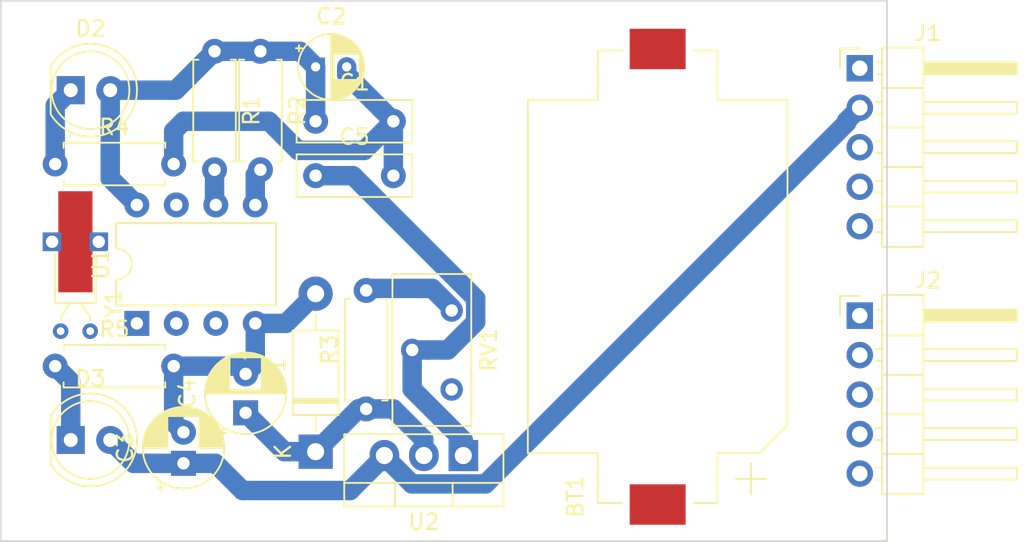
<source format=kicad_pcb>
(kicad_pcb (version 20171130) (host pcbnew 5.1.5+dfsg1-2build2)

  (general
    (thickness 1.6)
    (drawings 4)
    (tracks 66)
    (zones 0)
    (modules 20)
    (nets 14)
  )

  (page A4)
  (layers
    (0 F.Cu signal)
    (31 B.Cu signal)
    (32 B.Adhes user)
    (33 F.Adhes user)
    (34 B.Paste user)
    (35 F.Paste user)
    (36 B.SilkS user)
    (37 F.SilkS user)
    (38 B.Mask user)
    (39 F.Mask user)
    (40 Dwgs.User user)
    (41 Cmts.User user)
    (42 Eco1.User user)
    (43 Eco2.User user)
    (44 Edge.Cuts user)
    (45 Margin user)
    (46 B.CrtYd user)
    (47 F.CrtYd user)
    (48 B.Fab user)
    (49 F.Fab user)
  )

  (setup
    (last_trace_width 0.25)
    (user_trace_width 1.25)
    (trace_clearance 0.2)
    (zone_clearance 0.508)
    (zone_45_only no)
    (trace_min 0.2)
    (via_size 0.8)
    (via_drill 0.4)
    (via_min_size 0.4)
    (via_min_drill 0.3)
    (uvia_size 0.3)
    (uvia_drill 0.1)
    (uvias_allowed no)
    (uvia_min_size 0.2)
    (uvia_min_drill 0.1)
    (edge_width 0.05)
    (segment_width 0.2)
    (pcb_text_width 0.3)
    (pcb_text_size 1.5 1.5)
    (mod_edge_width 0.12)
    (mod_text_size 1 1)
    (mod_text_width 0.15)
    (pad_size 1.524 1.524)
    (pad_drill 0.762)
    (pad_to_mask_clearance 0.051)
    (solder_mask_min_width 0.25)
    (aux_axis_origin 0 0)
    (visible_elements FFFFFF7F)
    (pcbplotparams
      (layerselection 0x010fc_ffffffff)
      (usegerberextensions false)
      (usegerberattributes false)
      (usegerberadvancedattributes false)
      (creategerberjobfile false)
      (excludeedgelayer true)
      (linewidth 0.100000)
      (plotframeref false)
      (viasonmask false)
      (mode 1)
      (useauxorigin false)
      (hpglpennumber 1)
      (hpglpenspeed 20)
      (hpglpendiameter 15.000000)
      (psnegative false)
      (psa4output false)
      (plotreference true)
      (plotvalue true)
      (plotinvisibletext false)
      (padsonsilk false)
      (subtractmaskfromsilk false)
      (outputformat 1)
      (mirror false)
      (drillshape 1)
      (scaleselection 1)
      (outputdirectory ""))
  )

  (net 0 "")
  (net 1 +BATT)
  (net 2 -BATT)
  (net 3 +3V3)
  (net 4 +5V)
  (net 5 "Net-(C5-Pad1)")
  (net 6 "Net-(D2-Pad1)")
  (net 7 "Net-(D3-Pad1)")
  (net 8 SQW)
  (net 9 SCL)
  (net 10 SDA)
  (net 11 X2)
  (net 12 X1)
  (net 13 "Net-(R3-Pad2)")

  (net_class Default "Esta é a classe de rede padrão."
    (clearance 0.2)
    (trace_width 0.25)
    (via_dia 0.8)
    (via_drill 0.4)
    (uvia_dia 0.3)
    (uvia_drill 0.1)
    (add_net +3V3)
    (add_net +5V)
    (add_net +BATT)
    (add_net -BATT)
    (add_net "Net-(C5-Pad1)")
    (add_net "Net-(D2-Pad1)")
    (add_net "Net-(D3-Pad1)")
    (add_net "Net-(R3-Pad2)")
    (add_net SCL)
    (add_net SDA)
    (add_net SQW)
    (add_net X1)
    (add_net X2)
  )

  (module Capacitor_THT:CP_Radial_D5.0mm_P2.50mm (layer F.Cu) (tedit 5AE50EF0) (tstamp 61B7E721)
    (at 129.25 54.75 90)
    (descr "CP, Radial series, Radial, pin pitch=2.50mm, , diameter=5mm, Electrolytic Capacitor")
    (tags "CP Radial series Radial pin pitch 2.50mm  diameter 5mm Electrolytic Capacitor")
    (path /61C9EDC4)
    (fp_text reference C4 (at 1.25 -3.75 90) (layer F.SilkS)
      (effects (font (size 1 1) (thickness 0.15)))
    )
    (fp_text value "100uF 25V" (at 1.25 3.75 90) (layer F.Fab)
      (effects (font (size 1 1) (thickness 0.15)))
    )
    (fp_text user %R (at 1.25 0 90) (layer F.Fab)
      (effects (font (size 1 1) (thickness 0.15)))
    )
    (fp_line (start -1.304775 -1.725) (end -1.304775 -1.225) (layer F.SilkS) (width 0.12))
    (fp_line (start -1.554775 -1.475) (end -1.054775 -1.475) (layer F.SilkS) (width 0.12))
    (fp_line (start 3.851 -0.284) (end 3.851 0.284) (layer F.SilkS) (width 0.12))
    (fp_line (start 3.811 -0.518) (end 3.811 0.518) (layer F.SilkS) (width 0.12))
    (fp_line (start 3.771 -0.677) (end 3.771 0.677) (layer F.SilkS) (width 0.12))
    (fp_line (start 3.731 -0.805) (end 3.731 0.805) (layer F.SilkS) (width 0.12))
    (fp_line (start 3.691 -0.915) (end 3.691 0.915) (layer F.SilkS) (width 0.12))
    (fp_line (start 3.651 -1.011) (end 3.651 1.011) (layer F.SilkS) (width 0.12))
    (fp_line (start 3.611 -1.098) (end 3.611 1.098) (layer F.SilkS) (width 0.12))
    (fp_line (start 3.571 -1.178) (end 3.571 1.178) (layer F.SilkS) (width 0.12))
    (fp_line (start 3.531 1.04) (end 3.531 1.251) (layer F.SilkS) (width 0.12))
    (fp_line (start 3.531 -1.251) (end 3.531 -1.04) (layer F.SilkS) (width 0.12))
    (fp_line (start 3.491 1.04) (end 3.491 1.319) (layer F.SilkS) (width 0.12))
    (fp_line (start 3.491 -1.319) (end 3.491 -1.04) (layer F.SilkS) (width 0.12))
    (fp_line (start 3.451 1.04) (end 3.451 1.383) (layer F.SilkS) (width 0.12))
    (fp_line (start 3.451 -1.383) (end 3.451 -1.04) (layer F.SilkS) (width 0.12))
    (fp_line (start 3.411 1.04) (end 3.411 1.443) (layer F.SilkS) (width 0.12))
    (fp_line (start 3.411 -1.443) (end 3.411 -1.04) (layer F.SilkS) (width 0.12))
    (fp_line (start 3.371 1.04) (end 3.371 1.5) (layer F.SilkS) (width 0.12))
    (fp_line (start 3.371 -1.5) (end 3.371 -1.04) (layer F.SilkS) (width 0.12))
    (fp_line (start 3.331 1.04) (end 3.331 1.554) (layer F.SilkS) (width 0.12))
    (fp_line (start 3.331 -1.554) (end 3.331 -1.04) (layer F.SilkS) (width 0.12))
    (fp_line (start 3.291 1.04) (end 3.291 1.605) (layer F.SilkS) (width 0.12))
    (fp_line (start 3.291 -1.605) (end 3.291 -1.04) (layer F.SilkS) (width 0.12))
    (fp_line (start 3.251 1.04) (end 3.251 1.653) (layer F.SilkS) (width 0.12))
    (fp_line (start 3.251 -1.653) (end 3.251 -1.04) (layer F.SilkS) (width 0.12))
    (fp_line (start 3.211 1.04) (end 3.211 1.699) (layer F.SilkS) (width 0.12))
    (fp_line (start 3.211 -1.699) (end 3.211 -1.04) (layer F.SilkS) (width 0.12))
    (fp_line (start 3.171 1.04) (end 3.171 1.743) (layer F.SilkS) (width 0.12))
    (fp_line (start 3.171 -1.743) (end 3.171 -1.04) (layer F.SilkS) (width 0.12))
    (fp_line (start 3.131 1.04) (end 3.131 1.785) (layer F.SilkS) (width 0.12))
    (fp_line (start 3.131 -1.785) (end 3.131 -1.04) (layer F.SilkS) (width 0.12))
    (fp_line (start 3.091 1.04) (end 3.091 1.826) (layer F.SilkS) (width 0.12))
    (fp_line (start 3.091 -1.826) (end 3.091 -1.04) (layer F.SilkS) (width 0.12))
    (fp_line (start 3.051 1.04) (end 3.051 1.864) (layer F.SilkS) (width 0.12))
    (fp_line (start 3.051 -1.864) (end 3.051 -1.04) (layer F.SilkS) (width 0.12))
    (fp_line (start 3.011 1.04) (end 3.011 1.901) (layer F.SilkS) (width 0.12))
    (fp_line (start 3.011 -1.901) (end 3.011 -1.04) (layer F.SilkS) (width 0.12))
    (fp_line (start 2.971 1.04) (end 2.971 1.937) (layer F.SilkS) (width 0.12))
    (fp_line (start 2.971 -1.937) (end 2.971 -1.04) (layer F.SilkS) (width 0.12))
    (fp_line (start 2.931 1.04) (end 2.931 1.971) (layer F.SilkS) (width 0.12))
    (fp_line (start 2.931 -1.971) (end 2.931 -1.04) (layer F.SilkS) (width 0.12))
    (fp_line (start 2.891 1.04) (end 2.891 2.004) (layer F.SilkS) (width 0.12))
    (fp_line (start 2.891 -2.004) (end 2.891 -1.04) (layer F.SilkS) (width 0.12))
    (fp_line (start 2.851 1.04) (end 2.851 2.035) (layer F.SilkS) (width 0.12))
    (fp_line (start 2.851 -2.035) (end 2.851 -1.04) (layer F.SilkS) (width 0.12))
    (fp_line (start 2.811 1.04) (end 2.811 2.065) (layer F.SilkS) (width 0.12))
    (fp_line (start 2.811 -2.065) (end 2.811 -1.04) (layer F.SilkS) (width 0.12))
    (fp_line (start 2.771 1.04) (end 2.771 2.095) (layer F.SilkS) (width 0.12))
    (fp_line (start 2.771 -2.095) (end 2.771 -1.04) (layer F.SilkS) (width 0.12))
    (fp_line (start 2.731 1.04) (end 2.731 2.122) (layer F.SilkS) (width 0.12))
    (fp_line (start 2.731 -2.122) (end 2.731 -1.04) (layer F.SilkS) (width 0.12))
    (fp_line (start 2.691 1.04) (end 2.691 2.149) (layer F.SilkS) (width 0.12))
    (fp_line (start 2.691 -2.149) (end 2.691 -1.04) (layer F.SilkS) (width 0.12))
    (fp_line (start 2.651 1.04) (end 2.651 2.175) (layer F.SilkS) (width 0.12))
    (fp_line (start 2.651 -2.175) (end 2.651 -1.04) (layer F.SilkS) (width 0.12))
    (fp_line (start 2.611 1.04) (end 2.611 2.2) (layer F.SilkS) (width 0.12))
    (fp_line (start 2.611 -2.2) (end 2.611 -1.04) (layer F.SilkS) (width 0.12))
    (fp_line (start 2.571 1.04) (end 2.571 2.224) (layer F.SilkS) (width 0.12))
    (fp_line (start 2.571 -2.224) (end 2.571 -1.04) (layer F.SilkS) (width 0.12))
    (fp_line (start 2.531 1.04) (end 2.531 2.247) (layer F.SilkS) (width 0.12))
    (fp_line (start 2.531 -2.247) (end 2.531 -1.04) (layer F.SilkS) (width 0.12))
    (fp_line (start 2.491 1.04) (end 2.491 2.268) (layer F.SilkS) (width 0.12))
    (fp_line (start 2.491 -2.268) (end 2.491 -1.04) (layer F.SilkS) (width 0.12))
    (fp_line (start 2.451 1.04) (end 2.451 2.29) (layer F.SilkS) (width 0.12))
    (fp_line (start 2.451 -2.29) (end 2.451 -1.04) (layer F.SilkS) (width 0.12))
    (fp_line (start 2.411 1.04) (end 2.411 2.31) (layer F.SilkS) (width 0.12))
    (fp_line (start 2.411 -2.31) (end 2.411 -1.04) (layer F.SilkS) (width 0.12))
    (fp_line (start 2.371 1.04) (end 2.371 2.329) (layer F.SilkS) (width 0.12))
    (fp_line (start 2.371 -2.329) (end 2.371 -1.04) (layer F.SilkS) (width 0.12))
    (fp_line (start 2.331 1.04) (end 2.331 2.348) (layer F.SilkS) (width 0.12))
    (fp_line (start 2.331 -2.348) (end 2.331 -1.04) (layer F.SilkS) (width 0.12))
    (fp_line (start 2.291 1.04) (end 2.291 2.365) (layer F.SilkS) (width 0.12))
    (fp_line (start 2.291 -2.365) (end 2.291 -1.04) (layer F.SilkS) (width 0.12))
    (fp_line (start 2.251 1.04) (end 2.251 2.382) (layer F.SilkS) (width 0.12))
    (fp_line (start 2.251 -2.382) (end 2.251 -1.04) (layer F.SilkS) (width 0.12))
    (fp_line (start 2.211 1.04) (end 2.211 2.398) (layer F.SilkS) (width 0.12))
    (fp_line (start 2.211 -2.398) (end 2.211 -1.04) (layer F.SilkS) (width 0.12))
    (fp_line (start 2.171 1.04) (end 2.171 2.414) (layer F.SilkS) (width 0.12))
    (fp_line (start 2.171 -2.414) (end 2.171 -1.04) (layer F.SilkS) (width 0.12))
    (fp_line (start 2.131 1.04) (end 2.131 2.428) (layer F.SilkS) (width 0.12))
    (fp_line (start 2.131 -2.428) (end 2.131 -1.04) (layer F.SilkS) (width 0.12))
    (fp_line (start 2.091 1.04) (end 2.091 2.442) (layer F.SilkS) (width 0.12))
    (fp_line (start 2.091 -2.442) (end 2.091 -1.04) (layer F.SilkS) (width 0.12))
    (fp_line (start 2.051 1.04) (end 2.051 2.455) (layer F.SilkS) (width 0.12))
    (fp_line (start 2.051 -2.455) (end 2.051 -1.04) (layer F.SilkS) (width 0.12))
    (fp_line (start 2.011 1.04) (end 2.011 2.468) (layer F.SilkS) (width 0.12))
    (fp_line (start 2.011 -2.468) (end 2.011 -1.04) (layer F.SilkS) (width 0.12))
    (fp_line (start 1.971 1.04) (end 1.971 2.48) (layer F.SilkS) (width 0.12))
    (fp_line (start 1.971 -2.48) (end 1.971 -1.04) (layer F.SilkS) (width 0.12))
    (fp_line (start 1.93 1.04) (end 1.93 2.491) (layer F.SilkS) (width 0.12))
    (fp_line (start 1.93 -2.491) (end 1.93 -1.04) (layer F.SilkS) (width 0.12))
    (fp_line (start 1.89 1.04) (end 1.89 2.501) (layer F.SilkS) (width 0.12))
    (fp_line (start 1.89 -2.501) (end 1.89 -1.04) (layer F.SilkS) (width 0.12))
    (fp_line (start 1.85 1.04) (end 1.85 2.511) (layer F.SilkS) (width 0.12))
    (fp_line (start 1.85 -2.511) (end 1.85 -1.04) (layer F.SilkS) (width 0.12))
    (fp_line (start 1.81 1.04) (end 1.81 2.52) (layer F.SilkS) (width 0.12))
    (fp_line (start 1.81 -2.52) (end 1.81 -1.04) (layer F.SilkS) (width 0.12))
    (fp_line (start 1.77 1.04) (end 1.77 2.528) (layer F.SilkS) (width 0.12))
    (fp_line (start 1.77 -2.528) (end 1.77 -1.04) (layer F.SilkS) (width 0.12))
    (fp_line (start 1.73 1.04) (end 1.73 2.536) (layer F.SilkS) (width 0.12))
    (fp_line (start 1.73 -2.536) (end 1.73 -1.04) (layer F.SilkS) (width 0.12))
    (fp_line (start 1.69 1.04) (end 1.69 2.543) (layer F.SilkS) (width 0.12))
    (fp_line (start 1.69 -2.543) (end 1.69 -1.04) (layer F.SilkS) (width 0.12))
    (fp_line (start 1.65 1.04) (end 1.65 2.55) (layer F.SilkS) (width 0.12))
    (fp_line (start 1.65 -2.55) (end 1.65 -1.04) (layer F.SilkS) (width 0.12))
    (fp_line (start 1.61 1.04) (end 1.61 2.556) (layer F.SilkS) (width 0.12))
    (fp_line (start 1.61 -2.556) (end 1.61 -1.04) (layer F.SilkS) (width 0.12))
    (fp_line (start 1.57 1.04) (end 1.57 2.561) (layer F.SilkS) (width 0.12))
    (fp_line (start 1.57 -2.561) (end 1.57 -1.04) (layer F.SilkS) (width 0.12))
    (fp_line (start 1.53 1.04) (end 1.53 2.565) (layer F.SilkS) (width 0.12))
    (fp_line (start 1.53 -2.565) (end 1.53 -1.04) (layer F.SilkS) (width 0.12))
    (fp_line (start 1.49 1.04) (end 1.49 2.569) (layer F.SilkS) (width 0.12))
    (fp_line (start 1.49 -2.569) (end 1.49 -1.04) (layer F.SilkS) (width 0.12))
    (fp_line (start 1.45 -2.573) (end 1.45 2.573) (layer F.SilkS) (width 0.12))
    (fp_line (start 1.41 -2.576) (end 1.41 2.576) (layer F.SilkS) (width 0.12))
    (fp_line (start 1.37 -2.578) (end 1.37 2.578) (layer F.SilkS) (width 0.12))
    (fp_line (start 1.33 -2.579) (end 1.33 2.579) (layer F.SilkS) (width 0.12))
    (fp_line (start 1.29 -2.58) (end 1.29 2.58) (layer F.SilkS) (width 0.12))
    (fp_line (start 1.25 -2.58) (end 1.25 2.58) (layer F.SilkS) (width 0.12))
    (fp_line (start -0.633605 -1.3375) (end -0.633605 -0.8375) (layer F.Fab) (width 0.1))
    (fp_line (start -0.883605 -1.0875) (end -0.383605 -1.0875) (layer F.Fab) (width 0.1))
    (fp_circle (center 1.25 0) (end 4 0) (layer F.CrtYd) (width 0.05))
    (fp_circle (center 1.25 0) (end 3.87 0) (layer F.SilkS) (width 0.12))
    (fp_circle (center 1.25 0) (end 3.75 0) (layer F.Fab) (width 0.1))
    (pad 2 thru_hole circle (at 2.5 0 90) (size 1.6 1.6) (drill 0.8) (layers *.Cu *.Mask)
      (net 2 -BATT))
    (pad 1 thru_hole rect (at 0 0 90) (size 1.6 1.6) (drill 0.8) (layers *.Cu *.Mask)
      (net 3 +3V3))
    (model ${KISYS3DMOD}/Capacitor_THT.3dshapes/CP_Radial_D5.0mm_P2.50mm.wrl
      (at (xyz 0 0 0))
      (scale (xyz 1 1 1))
      (rotate (xyz 0 0 0))
    )
  )

  (module Crystal:Crystal_C26-LF_D2.1mm_L6.5mm_Horizontal_1EP_style2 (layer F.Cu) (tedit 5A0FD1B2) (tstamp 61B7E909)
    (at 119.25 49.5 180)
    (descr "Crystal THT C26-LF 6.5mm length 2.06mm diameter")
    (tags ['C26-LF'])
    (path /61B758EE)
    (fp_text reference Y1 (at -1.5 1.75 90) (layer F.SilkS)
      (effects (font (size 1 1) (thickness 0.15)))
    )
    (fp_text value 32.768 (at 3.57 1.75 90) (layer F.Fab)
      (effects (font (size 1 1) (thickness 0.15)))
    )
    (fp_line (start 3.3 -0.8) (end -1.4 -0.8) (layer F.CrtYd) (width 0.05))
    (fp_line (start 3.3 9.3) (end 3.3 -0.8) (layer F.CrtYd) (width 0.05))
    (fp_line (start -1.4 9.3) (end 3.3 9.3) (layer F.CrtYd) (width 0.05))
    (fp_line (start -1.4 -0.8) (end -1.4 9.3) (layer F.CrtYd) (width 0.05))
    (fp_line (start 1.9 0.9) (end 1.9 0.7) (layer F.SilkS) (width 0.12))
    (fp_line (start 1.3 1.8) (end 1.9 0.9) (layer F.SilkS) (width 0.12))
    (fp_line (start 0 0.9) (end 0 0.7) (layer F.SilkS) (width 0.12))
    (fp_line (start 0.6 1.8) (end 0 0.9) (layer F.SilkS) (width 0.12))
    (fp_line (start 2.25 1.8) (end 2.25 4.95) (layer F.SilkS) (width 0.12))
    (fp_line (start -0.35 1.8) (end 2.25 1.8) (layer F.SilkS) (width 0.12))
    (fp_line (start -0.35 4.95) (end -0.35 1.8) (layer F.SilkS) (width 0.12))
    (fp_line (start -0.55 5.75) (end 2.45 5.75) (layer F.Fab) (width 0.1))
    (fp_line (start 1.9 1) (end 1.9 0) (layer F.Fab) (width 0.1))
    (fp_line (start 1.3 2) (end 1.9 1) (layer F.Fab) (width 0.1))
    (fp_line (start 0 1) (end 0 0) (layer F.Fab) (width 0.1))
    (fp_line (start 0.6 2) (end 0 1) (layer F.Fab) (width 0.1))
    (fp_line (start 1.98 2) (end -0.08 2) (layer F.Fab) (width 0.1))
    (fp_line (start 1.98 8.5) (end 1.98 2) (layer F.Fab) (width 0.1))
    (fp_line (start -0.08 8.5) (end 1.98 8.5) (layer F.Fab) (width 0.1))
    (fp_line (start -0.08 2) (end -0.08 8.5) (layer F.Fab) (width 0.1))
    (fp_text user %R (at -1.5 1.75 90) (layer F.Fab)
      (effects (font (size 1 1) (thickness 0.15)))
    )
    (pad 3 thru_hole rect (at 2.45 5.75 180) (size 1.2 1.2) (drill 0.8) (layers *.Cu *.Mask))
    (pad 3 thru_hole rect (at -0.55 5.75 180) (size 1.2 1.2) (drill 0.8) (layers *.Cu *.Mask))
    (pad 3 smd rect (at 0.95 5.75 180) (size 2.2 6.5) (layers F.Cu F.Paste F.Mask))
    (pad 2 thru_hole circle (at 1.9 0 180) (size 1 1) (drill 0.5) (layers *.Cu *.Mask)
      (net 12 X1))
    (pad 1 thru_hole circle (at 0 0 180) (size 1 1) (drill 0.5) (layers *.Cu *.Mask)
      (net 11 X2))
    (model ${KISYS3DMOD}/Crystal.3dshapes/Crystal_C26-LF_D2.1mm_L6.5mm_Horizontal_1EP_style2.wrl
      (at (xyz 0 0 0))
      (scale (xyz 1 1 1))
      (rotate (xyz 0 0 0))
    )
  )

  (module Package_TO_SOT_THT:TO-220-3_Vertical (layer F.Cu) (tedit 5AC8BA0D) (tstamp 61B7E8EB)
    (at 143.25 57.5 180)
    (descr "TO-220-3, Vertical, RM 2.54mm, see https://www.vishay.com/docs/66542/to-220-1.pdf")
    (tags "TO-220-3 Vertical RM 2.54mm")
    (path /61D2766B)
    (fp_text reference U2 (at 2.54 -4.27) (layer F.SilkS)
      (effects (font (size 1 1) (thickness 0.15)))
    )
    (fp_text value LM1117-ADJ (at 2.54 2.5) (layer F.Fab)
      (effects (font (size 1 1) (thickness 0.15)))
    )
    (fp_text user %R (at 2.54 -4.27) (layer F.Fab)
      (effects (font (size 1 1) (thickness 0.15)))
    )
    (fp_line (start 7.79 -3.4) (end -2.71 -3.4) (layer F.CrtYd) (width 0.05))
    (fp_line (start 7.79 1.51) (end 7.79 -3.4) (layer F.CrtYd) (width 0.05))
    (fp_line (start -2.71 1.51) (end 7.79 1.51) (layer F.CrtYd) (width 0.05))
    (fp_line (start -2.71 -3.4) (end -2.71 1.51) (layer F.CrtYd) (width 0.05))
    (fp_line (start 4.391 -3.27) (end 4.391 -1.76) (layer F.SilkS) (width 0.12))
    (fp_line (start 0.69 -3.27) (end 0.69 -1.76) (layer F.SilkS) (width 0.12))
    (fp_line (start -2.58 -1.76) (end 7.66 -1.76) (layer F.SilkS) (width 0.12))
    (fp_line (start 7.66 -3.27) (end 7.66 1.371) (layer F.SilkS) (width 0.12))
    (fp_line (start -2.58 -3.27) (end -2.58 1.371) (layer F.SilkS) (width 0.12))
    (fp_line (start -2.58 1.371) (end 7.66 1.371) (layer F.SilkS) (width 0.12))
    (fp_line (start -2.58 -3.27) (end 7.66 -3.27) (layer F.SilkS) (width 0.12))
    (fp_line (start 4.39 -3.15) (end 4.39 -1.88) (layer F.Fab) (width 0.1))
    (fp_line (start 0.69 -3.15) (end 0.69 -1.88) (layer F.Fab) (width 0.1))
    (fp_line (start -2.46 -1.88) (end 7.54 -1.88) (layer F.Fab) (width 0.1))
    (fp_line (start 7.54 -3.15) (end -2.46 -3.15) (layer F.Fab) (width 0.1))
    (fp_line (start 7.54 1.25) (end 7.54 -3.15) (layer F.Fab) (width 0.1))
    (fp_line (start -2.46 1.25) (end 7.54 1.25) (layer F.Fab) (width 0.1))
    (fp_line (start -2.46 -3.15) (end -2.46 1.25) (layer F.Fab) (width 0.1))
    (pad 3 thru_hole oval (at 5.08 0 180) (size 1.905 2) (drill 1.1) (layers *.Cu *.Mask)
      (net 4 +5V))
    (pad 2 thru_hole oval (at 2.54 0 180) (size 1.905 2) (drill 1.1) (layers *.Cu *.Mask)
      (net 3 +3V3))
    (pad 1 thru_hole rect (at 0 0 180) (size 1.905 2) (drill 1.1) (layers *.Cu *.Mask)
      (net 5 "Net-(C5-Pad1)"))
    (model ${KISYS3DMOD}/Package_TO_SOT_THT.3dshapes/TO-220-3_Vertical.wrl
      (at (xyz 0 0 0))
      (scale (xyz 1 1 1))
      (rotate (xyz 0 0 0))
    )
  )

  (module Package_DIP:DIP-8_W7.62mm (layer F.Cu) (tedit 5A02E8C5) (tstamp 61B7E8D1)
    (at 122.25 49 90)
    (descr "8-lead though-hole mounted DIP package, row spacing 7.62 mm (300 mils)")
    (tags "THT DIP DIL PDIP 2.54mm 7.62mm 300mil")
    (path /61B74DA9)
    (fp_text reference U1 (at 3.81 -2.33 90) (layer F.SilkS)
      (effects (font (size 1 1) (thickness 0.15)))
    )
    (fp_text value DS1307+ (at 3.81 9.95 90) (layer F.Fab)
      (effects (font (size 1 1) (thickness 0.15)))
    )
    (fp_text user %R (at 3.81 3.81 90) (layer F.Fab)
      (effects (font (size 1 1) (thickness 0.15)))
    )
    (fp_line (start 8.7 -1.55) (end -1.1 -1.55) (layer F.CrtYd) (width 0.05))
    (fp_line (start 8.7 9.15) (end 8.7 -1.55) (layer F.CrtYd) (width 0.05))
    (fp_line (start -1.1 9.15) (end 8.7 9.15) (layer F.CrtYd) (width 0.05))
    (fp_line (start -1.1 -1.55) (end -1.1 9.15) (layer F.CrtYd) (width 0.05))
    (fp_line (start 6.46 -1.33) (end 4.81 -1.33) (layer F.SilkS) (width 0.12))
    (fp_line (start 6.46 8.95) (end 6.46 -1.33) (layer F.SilkS) (width 0.12))
    (fp_line (start 1.16 8.95) (end 6.46 8.95) (layer F.SilkS) (width 0.12))
    (fp_line (start 1.16 -1.33) (end 1.16 8.95) (layer F.SilkS) (width 0.12))
    (fp_line (start 2.81 -1.33) (end 1.16 -1.33) (layer F.SilkS) (width 0.12))
    (fp_line (start 0.635 -0.27) (end 1.635 -1.27) (layer F.Fab) (width 0.1))
    (fp_line (start 0.635 8.89) (end 0.635 -0.27) (layer F.Fab) (width 0.1))
    (fp_line (start 6.985 8.89) (end 0.635 8.89) (layer F.Fab) (width 0.1))
    (fp_line (start 6.985 -1.27) (end 6.985 8.89) (layer F.Fab) (width 0.1))
    (fp_line (start 1.635 -1.27) (end 6.985 -1.27) (layer F.Fab) (width 0.1))
    (fp_arc (start 3.81 -1.33) (end 2.81 -1.33) (angle -180) (layer F.SilkS) (width 0.12))
    (pad 8 thru_hole oval (at 7.62 0 90) (size 1.6 1.6) (drill 0.8) (layers *.Cu *.Mask)
      (net 3 +3V3))
    (pad 4 thru_hole oval (at 0 7.62 90) (size 1.6 1.6) (drill 0.8) (layers *.Cu *.Mask)
      (net 2 -BATT))
    (pad 7 thru_hole oval (at 7.62 2.54 90) (size 1.6 1.6) (drill 0.8) (layers *.Cu *.Mask)
      (net 8 SQW))
    (pad 3 thru_hole oval (at 0 5.08 90) (size 1.6 1.6) (drill 0.8) (layers *.Cu *.Mask)
      (net 1 +BATT))
    (pad 6 thru_hole oval (at 7.62 5.08 90) (size 1.6 1.6) (drill 0.8) (layers *.Cu *.Mask)
      (net 9 SCL))
    (pad 2 thru_hole oval (at 0 2.54 90) (size 1.6 1.6) (drill 0.8) (layers *.Cu *.Mask)
      (net 11 X2))
    (pad 5 thru_hole oval (at 7.62 7.62 90) (size 1.6 1.6) (drill 0.8) (layers *.Cu *.Mask)
      (net 10 SDA))
    (pad 1 thru_hole rect (at 0 0 90) (size 1.6 1.6) (drill 0.8) (layers *.Cu *.Mask)
      (net 12 X1))
    (model ${KISYS3DMOD}/Package_DIP.3dshapes/DIP-8_W7.62mm.wrl
      (at (xyz 0 0 0))
      (scale (xyz 1 1 1))
      (rotate (xyz 0 0 0))
    )
  )

  (module Potentiometer_THT:Potentiometer_Bourns_3296Y_Vertical (layer F.Cu) (tedit 5A3D4994) (tstamp 61B84024)
    (at 142.5 53.25 270)
    (descr "Potentiometer, vertical, Bourns 3296Y, https://www.bourns.com/pdfs/3296.pdf")
    (tags "Potentiometer vertical Bourns 3296Y")
    (path /61CA9B97)
    (fp_text reference RV1 (at -2.54 -2.39 90) (layer F.SilkS)
      (effects (font (size 1 1) (thickness 0.15)))
    )
    (fp_text value 1K (at -2.54 4.94 90) (layer F.Fab)
      (effects (font (size 1 1) (thickness 0.15)))
    )
    (fp_text user %R (at -3.175 1.275 90) (layer F.Fab)
      (effects (font (size 1 1) (thickness 0.15)))
    )
    (fp_line (start 2.5 -1.4) (end -7.6 -1.4) (layer F.CrtYd) (width 0.05))
    (fp_line (start 2.5 3.95) (end 2.5 -1.4) (layer F.CrtYd) (width 0.05))
    (fp_line (start -7.6 3.95) (end 2.5 3.95) (layer F.CrtYd) (width 0.05))
    (fp_line (start -7.6 -1.4) (end -7.6 3.95) (layer F.CrtYd) (width 0.05))
    (fp_line (start 2.345 -1.26) (end 2.345 3.81) (layer F.SilkS) (width 0.12))
    (fp_line (start -7.425 -1.26) (end -7.425 3.81) (layer F.SilkS) (width 0.12))
    (fp_line (start -7.425 3.81) (end 2.345 3.81) (layer F.SilkS) (width 0.12))
    (fp_line (start -7.425 -1.26) (end 2.345 -1.26) (layer F.SilkS) (width 0.12))
    (fp_line (start 0.955 3.505) (end 0.956 1.336) (layer F.Fab) (width 0.1))
    (fp_line (start 0.955 3.505) (end 0.956 1.336) (layer F.Fab) (width 0.1))
    (fp_line (start 2.225 -1.14) (end -7.305 -1.14) (layer F.Fab) (width 0.1))
    (fp_line (start 2.225 3.69) (end 2.225 -1.14) (layer F.Fab) (width 0.1))
    (fp_line (start -7.305 3.69) (end 2.225 3.69) (layer F.Fab) (width 0.1))
    (fp_line (start -7.305 -1.14) (end -7.305 3.69) (layer F.Fab) (width 0.1))
    (fp_circle (center 0.955 2.42) (end 2.05 2.42) (layer F.Fab) (width 0.1))
    (pad 3 thru_hole circle (at -5.08 0 270) (size 1.44 1.44) (drill 0.8) (layers *.Cu *.Mask)
      (net 13 "Net-(R3-Pad2)"))
    (pad 2 thru_hole circle (at -2.54 2.54 270) (size 1.44 1.44) (drill 0.8) (layers *.Cu *.Mask)
      (net 5 "Net-(C5-Pad1)"))
    (pad 1 thru_hole circle (at 0 0 270) (size 1.44 1.44) (drill 0.8) (layers *.Cu *.Mask)
      (net 2 -BATT))
    (model ${KISYS3DMOD}/Potentiometer_THT.3dshapes/Potentiometer_Bourns_3296Y_Vertical.wrl
      (at (xyz 0 0 0))
      (scale (xyz 1 1 1))
      (rotate (xyz 0 0 0))
    )
  )

  (module Resistor_THT:R_Axial_DIN0207_L6.3mm_D2.5mm_P7.62mm_Horizontal (layer F.Cu) (tedit 5AE5139B) (tstamp 61B7E89E)
    (at 117 51.75)
    (descr "Resistor, Axial_DIN0207 series, Axial, Horizontal, pin pitch=7.62mm, 0.25W = 1/4W, length*diameter=6.3*2.5mm^2, http://cdn-reichelt.de/documents/datenblatt/B400/1_4W%23YAG.pdf")
    (tags "Resistor Axial_DIN0207 series Axial Horizontal pin pitch 7.62mm 0.25W = 1/4W length 6.3mm diameter 2.5mm")
    (path /61BC5090)
    (fp_text reference R5 (at 3.81 -2.37) (layer F.SilkS)
      (effects (font (size 1 1) (thickness 0.15)))
    )
    (fp_text value 150R (at 3.81 2.37) (layer F.Fab)
      (effects (font (size 1 1) (thickness 0.15)))
    )
    (fp_text user %R (at 3.81 0) (layer F.Fab)
      (effects (font (size 1 1) (thickness 0.15)))
    )
    (fp_line (start 8.67 -1.5) (end -1.05 -1.5) (layer F.CrtYd) (width 0.05))
    (fp_line (start 8.67 1.5) (end 8.67 -1.5) (layer F.CrtYd) (width 0.05))
    (fp_line (start -1.05 1.5) (end 8.67 1.5) (layer F.CrtYd) (width 0.05))
    (fp_line (start -1.05 -1.5) (end -1.05 1.5) (layer F.CrtYd) (width 0.05))
    (fp_line (start 7.08 1.37) (end 7.08 1.04) (layer F.SilkS) (width 0.12))
    (fp_line (start 0.54 1.37) (end 7.08 1.37) (layer F.SilkS) (width 0.12))
    (fp_line (start 0.54 1.04) (end 0.54 1.37) (layer F.SilkS) (width 0.12))
    (fp_line (start 7.08 -1.37) (end 7.08 -1.04) (layer F.SilkS) (width 0.12))
    (fp_line (start 0.54 -1.37) (end 7.08 -1.37) (layer F.SilkS) (width 0.12))
    (fp_line (start 0.54 -1.04) (end 0.54 -1.37) (layer F.SilkS) (width 0.12))
    (fp_line (start 7.62 0) (end 6.96 0) (layer F.Fab) (width 0.1))
    (fp_line (start 0 0) (end 0.66 0) (layer F.Fab) (width 0.1))
    (fp_line (start 6.96 -1.25) (end 0.66 -1.25) (layer F.Fab) (width 0.1))
    (fp_line (start 6.96 1.25) (end 6.96 -1.25) (layer F.Fab) (width 0.1))
    (fp_line (start 0.66 1.25) (end 6.96 1.25) (layer F.Fab) (width 0.1))
    (fp_line (start 0.66 -1.25) (end 0.66 1.25) (layer F.Fab) (width 0.1))
    (pad 2 thru_hole oval (at 7.62 0) (size 1.6 1.6) (drill 0.8) (layers *.Cu *.Mask)
      (net 2 -BATT))
    (pad 1 thru_hole circle (at 0 0) (size 1.6 1.6) (drill 0.8) (layers *.Cu *.Mask)
      (net 7 "Net-(D3-Pad1)"))
    (model ${KISYS3DMOD}/Resistor_THT.3dshapes/R_Axial_DIN0207_L6.3mm_D2.5mm_P7.62mm_Horizontal.wrl
      (at (xyz 0 0 0))
      (scale (xyz 1 1 1))
      (rotate (xyz 0 0 0))
    )
  )

  (module Resistor_THT:R_Axial_DIN0207_L6.3mm_D2.5mm_P7.62mm_Horizontal (layer F.Cu) (tedit 5AE5139B) (tstamp 61B7E887)
    (at 117 38.75)
    (descr "Resistor, Axial_DIN0207 series, Axial, Horizontal, pin pitch=7.62mm, 0.25W = 1/4W, length*diameter=6.3*2.5mm^2, http://cdn-reichelt.de/documents/datenblatt/B400/1_4W%23YAG.pdf")
    (tags "Resistor Axial_DIN0207 series Axial Horizontal pin pitch 7.62mm 0.25W = 1/4W length 6.3mm diameter 2.5mm")
    (path /61BAAAED)
    (fp_text reference R4 (at 3.81 -2.37) (layer F.SilkS)
      (effects (font (size 1 1) (thickness 0.15)))
    )
    (fp_text value 62R (at 3.81 2.37) (layer F.Fab)
      (effects (font (size 1 1) (thickness 0.15)))
    )
    (fp_text user %R (at 3.81 0) (layer F.Fab)
      (effects (font (size 1 1) (thickness 0.15)))
    )
    (fp_line (start 8.67 -1.5) (end -1.05 -1.5) (layer F.CrtYd) (width 0.05))
    (fp_line (start 8.67 1.5) (end 8.67 -1.5) (layer F.CrtYd) (width 0.05))
    (fp_line (start -1.05 1.5) (end 8.67 1.5) (layer F.CrtYd) (width 0.05))
    (fp_line (start -1.05 -1.5) (end -1.05 1.5) (layer F.CrtYd) (width 0.05))
    (fp_line (start 7.08 1.37) (end 7.08 1.04) (layer F.SilkS) (width 0.12))
    (fp_line (start 0.54 1.37) (end 7.08 1.37) (layer F.SilkS) (width 0.12))
    (fp_line (start 0.54 1.04) (end 0.54 1.37) (layer F.SilkS) (width 0.12))
    (fp_line (start 7.08 -1.37) (end 7.08 -1.04) (layer F.SilkS) (width 0.12))
    (fp_line (start 0.54 -1.37) (end 7.08 -1.37) (layer F.SilkS) (width 0.12))
    (fp_line (start 0.54 -1.04) (end 0.54 -1.37) (layer F.SilkS) (width 0.12))
    (fp_line (start 7.62 0) (end 6.96 0) (layer F.Fab) (width 0.1))
    (fp_line (start 0 0) (end 0.66 0) (layer F.Fab) (width 0.1))
    (fp_line (start 6.96 -1.25) (end 0.66 -1.25) (layer F.Fab) (width 0.1))
    (fp_line (start 6.96 1.25) (end 6.96 -1.25) (layer F.Fab) (width 0.1))
    (fp_line (start 0.66 1.25) (end 6.96 1.25) (layer F.Fab) (width 0.1))
    (fp_line (start 0.66 -1.25) (end 0.66 1.25) (layer F.Fab) (width 0.1))
    (pad 2 thru_hole oval (at 7.62 0) (size 1.6 1.6) (drill 0.8) (layers *.Cu *.Mask)
      (net 2 -BATT))
    (pad 1 thru_hole circle (at 0 0) (size 1.6 1.6) (drill 0.8) (layers *.Cu *.Mask)
      (net 6 "Net-(D2-Pad1)"))
    (model ${KISYS3DMOD}/Resistor_THT.3dshapes/R_Axial_DIN0207_L6.3mm_D2.5mm_P7.62mm_Horizontal.wrl
      (at (xyz 0 0 0))
      (scale (xyz 1 1 1))
      (rotate (xyz 0 0 0))
    )
  )

  (module Resistor_THT:R_Axial_DIN0207_L6.3mm_D2.5mm_P7.62mm_Horizontal (layer F.Cu) (tedit 5AE5139B) (tstamp 61B7E870)
    (at 137 54.5 90)
    (descr "Resistor, Axial_DIN0207 series, Axial, Horizontal, pin pitch=7.62mm, 0.25W = 1/4W, length*diameter=6.3*2.5mm^2, http://cdn-reichelt.de/documents/datenblatt/B400/1_4W%23YAG.pdf")
    (tags "Resistor Axial_DIN0207 series Axial Horizontal pin pitch 7.62mm 0.25W = 1/4W length 6.3mm diameter 2.5mm")
    (path /61CD8F79)
    (fp_text reference R3 (at 3.81 -2.37 90) (layer F.SilkS)
      (effects (font (size 1 1) (thickness 0.15)))
    )
    (fp_text value 121R (at 3.81 2.37 90) (layer F.Fab)
      (effects (font (size 1 1) (thickness 0.15)))
    )
    (fp_text user %R (at 3.81 0 90) (layer F.Fab)
      (effects (font (size 1 1) (thickness 0.15)))
    )
    (fp_line (start 8.67 -1.5) (end -1.05 -1.5) (layer F.CrtYd) (width 0.05))
    (fp_line (start 8.67 1.5) (end 8.67 -1.5) (layer F.CrtYd) (width 0.05))
    (fp_line (start -1.05 1.5) (end 8.67 1.5) (layer F.CrtYd) (width 0.05))
    (fp_line (start -1.05 -1.5) (end -1.05 1.5) (layer F.CrtYd) (width 0.05))
    (fp_line (start 7.08 1.37) (end 7.08 1.04) (layer F.SilkS) (width 0.12))
    (fp_line (start 0.54 1.37) (end 7.08 1.37) (layer F.SilkS) (width 0.12))
    (fp_line (start 0.54 1.04) (end 0.54 1.37) (layer F.SilkS) (width 0.12))
    (fp_line (start 7.08 -1.37) (end 7.08 -1.04) (layer F.SilkS) (width 0.12))
    (fp_line (start 0.54 -1.37) (end 7.08 -1.37) (layer F.SilkS) (width 0.12))
    (fp_line (start 0.54 -1.04) (end 0.54 -1.37) (layer F.SilkS) (width 0.12))
    (fp_line (start 7.62 0) (end 6.96 0) (layer F.Fab) (width 0.1))
    (fp_line (start 0 0) (end 0.66 0) (layer F.Fab) (width 0.1))
    (fp_line (start 6.96 -1.25) (end 0.66 -1.25) (layer F.Fab) (width 0.1))
    (fp_line (start 6.96 1.25) (end 6.96 -1.25) (layer F.Fab) (width 0.1))
    (fp_line (start 0.66 1.25) (end 6.96 1.25) (layer F.Fab) (width 0.1))
    (fp_line (start 0.66 -1.25) (end 0.66 1.25) (layer F.Fab) (width 0.1))
    (pad 2 thru_hole oval (at 7.62 0 90) (size 1.6 1.6) (drill 0.8) (layers *.Cu *.Mask)
      (net 13 "Net-(R3-Pad2)"))
    (pad 1 thru_hole circle (at 0 0 90) (size 1.6 1.6) (drill 0.8) (layers *.Cu *.Mask)
      (net 3 +3V3))
    (model ${KISYS3DMOD}/Resistor_THT.3dshapes/R_Axial_DIN0207_L6.3mm_D2.5mm_P7.62mm_Horizontal.wrl
      (at (xyz 0 0 0))
      (scale (xyz 1 1 1))
      (rotate (xyz 0 0 0))
    )
  )

  (module Resistor_THT:R_Axial_DIN0207_L6.3mm_D2.5mm_P7.62mm_Horizontal (layer F.Cu) (tedit 5AE5139B) (tstamp 61B7E859)
    (at 130.200467 31.5 270)
    (descr "Resistor, Axial_DIN0207 series, Axial, Horizontal, pin pitch=7.62mm, 0.25W = 1/4W, length*diameter=6.3*2.5mm^2, http://cdn-reichelt.de/documents/datenblatt/B400/1_4W%23YAG.pdf")
    (tags "Resistor Axial_DIN0207 series Axial Horizontal pin pitch 7.62mm 0.25W = 1/4W length 6.3mm diameter 2.5mm")
    (path /61B8D9EB)
    (fp_text reference R2 (at 3.81 -2.37 90) (layer F.SilkS)
      (effects (font (size 1 1) (thickness 0.15)))
    )
    (fp_text value 10K (at 3.81 2.37 90) (layer F.Fab)
      (effects (font (size 1 1) (thickness 0.15)))
    )
    (fp_text user %R (at 3.81 0 90) (layer F.Fab)
      (effects (font (size 1 1) (thickness 0.15)))
    )
    (fp_line (start 8.67 -1.5) (end -1.05 -1.5) (layer F.CrtYd) (width 0.05))
    (fp_line (start 8.67 1.5) (end 8.67 -1.5) (layer F.CrtYd) (width 0.05))
    (fp_line (start -1.05 1.5) (end 8.67 1.5) (layer F.CrtYd) (width 0.05))
    (fp_line (start -1.05 -1.5) (end -1.05 1.5) (layer F.CrtYd) (width 0.05))
    (fp_line (start 7.08 1.37) (end 7.08 1.04) (layer F.SilkS) (width 0.12))
    (fp_line (start 0.54 1.37) (end 7.08 1.37) (layer F.SilkS) (width 0.12))
    (fp_line (start 0.54 1.04) (end 0.54 1.37) (layer F.SilkS) (width 0.12))
    (fp_line (start 7.08 -1.37) (end 7.08 -1.04) (layer F.SilkS) (width 0.12))
    (fp_line (start 0.54 -1.37) (end 7.08 -1.37) (layer F.SilkS) (width 0.12))
    (fp_line (start 0.54 -1.04) (end 0.54 -1.37) (layer F.SilkS) (width 0.12))
    (fp_line (start 7.62 0) (end 6.96 0) (layer F.Fab) (width 0.1))
    (fp_line (start 0 0) (end 0.66 0) (layer F.Fab) (width 0.1))
    (fp_line (start 6.96 -1.25) (end 0.66 -1.25) (layer F.Fab) (width 0.1))
    (fp_line (start 6.96 1.25) (end 6.96 -1.25) (layer F.Fab) (width 0.1))
    (fp_line (start 0.66 1.25) (end 6.96 1.25) (layer F.Fab) (width 0.1))
    (fp_line (start 0.66 -1.25) (end 0.66 1.25) (layer F.Fab) (width 0.1))
    (pad 2 thru_hole oval (at 7.62 0 270) (size 1.6 1.6) (drill 0.8) (layers *.Cu *.Mask)
      (net 10 SDA))
    (pad 1 thru_hole circle (at 0 0 270) (size 1.6 1.6) (drill 0.8) (layers *.Cu *.Mask)
      (net 3 +3V3))
    (model ${KISYS3DMOD}/Resistor_THT.3dshapes/R_Axial_DIN0207_L6.3mm_D2.5mm_P7.62mm_Horizontal.wrl
      (at (xyz 0 0 0))
      (scale (xyz 1 1 1))
      (rotate (xyz 0 0 0))
    )
  )

  (module Resistor_THT:R_Axial_DIN0207_L6.3mm_D2.5mm_P7.62mm_Horizontal (layer F.Cu) (tedit 5AE5139B) (tstamp 61B7E842)
    (at 127.25 31.5 270)
    (descr "Resistor, Axial_DIN0207 series, Axial, Horizontal, pin pitch=7.62mm, 0.25W = 1/4W, length*diameter=6.3*2.5mm^2, http://cdn-reichelt.de/documents/datenblatt/B400/1_4W%23YAG.pdf")
    (tags "Resistor Axial_DIN0207 series Axial Horizontal pin pitch 7.62mm 0.25W = 1/4W length 6.3mm diameter 2.5mm")
    (path /61B8B28E)
    (fp_text reference R1 (at 3.81 -2.37 90) (layer F.SilkS)
      (effects (font (size 1 1) (thickness 0.15)))
    )
    (fp_text value 10K (at 3.81 2.37 90) (layer F.Fab)
      (effects (font (size 1 1) (thickness 0.15)))
    )
    (fp_text user %R (at 3.81 0 90) (layer F.Fab)
      (effects (font (size 1 1) (thickness 0.15)))
    )
    (fp_line (start 8.67 -1.5) (end -1.05 -1.5) (layer F.CrtYd) (width 0.05))
    (fp_line (start 8.67 1.5) (end 8.67 -1.5) (layer F.CrtYd) (width 0.05))
    (fp_line (start -1.05 1.5) (end 8.67 1.5) (layer F.CrtYd) (width 0.05))
    (fp_line (start -1.05 -1.5) (end -1.05 1.5) (layer F.CrtYd) (width 0.05))
    (fp_line (start 7.08 1.37) (end 7.08 1.04) (layer F.SilkS) (width 0.12))
    (fp_line (start 0.54 1.37) (end 7.08 1.37) (layer F.SilkS) (width 0.12))
    (fp_line (start 0.54 1.04) (end 0.54 1.37) (layer F.SilkS) (width 0.12))
    (fp_line (start 7.08 -1.37) (end 7.08 -1.04) (layer F.SilkS) (width 0.12))
    (fp_line (start 0.54 -1.37) (end 7.08 -1.37) (layer F.SilkS) (width 0.12))
    (fp_line (start 0.54 -1.04) (end 0.54 -1.37) (layer F.SilkS) (width 0.12))
    (fp_line (start 7.62 0) (end 6.96 0) (layer F.Fab) (width 0.1))
    (fp_line (start 0 0) (end 0.66 0) (layer F.Fab) (width 0.1))
    (fp_line (start 6.96 -1.25) (end 0.66 -1.25) (layer F.Fab) (width 0.1))
    (fp_line (start 6.96 1.25) (end 6.96 -1.25) (layer F.Fab) (width 0.1))
    (fp_line (start 0.66 1.25) (end 6.96 1.25) (layer F.Fab) (width 0.1))
    (fp_line (start 0.66 -1.25) (end 0.66 1.25) (layer F.Fab) (width 0.1))
    (pad 2 thru_hole oval (at 7.62 0 270) (size 1.6 1.6) (drill 0.8) (layers *.Cu *.Mask)
      (net 9 SCL))
    (pad 1 thru_hole circle (at 0 0 270) (size 1.6 1.6) (drill 0.8) (layers *.Cu *.Mask)
      (net 3 +3V3))
    (model ${KISYS3DMOD}/Resistor_THT.3dshapes/R_Axial_DIN0207_L6.3mm_D2.5mm_P7.62mm_Horizontal.wrl
      (at (xyz 0 0 0))
      (scale (xyz 1 1 1))
      (rotate (xyz 0 0 0))
    )
  )

  (module Connector_PinHeader_2.54mm:PinHeader_1x05_P2.54mm_Horizontal (layer F.Cu) (tedit 59FED5CB) (tstamp 61B7E82B)
    (at 168.75 48.5)
    (descr "Through hole angled pin header, 1x05, 2.54mm pitch, 6mm pin length, single row")
    (tags "Through hole angled pin header THT 1x05 2.54mm single row")
    (path /61C3B989)
    (fp_text reference J2 (at 4.385 -2.27) (layer F.SilkS)
      (effects (font (size 1 1) (thickness 0.15)))
    )
    (fp_text value COMPLEMENT (at 4.385 12.43) (layer F.Fab)
      (effects (font (size 1 1) (thickness 0.15)))
    )
    (fp_text user %R (at 2.77 5.08 90) (layer F.Fab)
      (effects (font (size 1 1) (thickness 0.15)))
    )
    (fp_line (start 10.55 -1.8) (end -1.8 -1.8) (layer F.CrtYd) (width 0.05))
    (fp_line (start 10.55 11.95) (end 10.55 -1.8) (layer F.CrtYd) (width 0.05))
    (fp_line (start -1.8 11.95) (end 10.55 11.95) (layer F.CrtYd) (width 0.05))
    (fp_line (start -1.8 -1.8) (end -1.8 11.95) (layer F.CrtYd) (width 0.05))
    (fp_line (start -1.27 -1.27) (end 0 -1.27) (layer F.SilkS) (width 0.12))
    (fp_line (start -1.27 0) (end -1.27 -1.27) (layer F.SilkS) (width 0.12))
    (fp_line (start 1.042929 10.54) (end 1.44 10.54) (layer F.SilkS) (width 0.12))
    (fp_line (start 1.042929 9.78) (end 1.44 9.78) (layer F.SilkS) (width 0.12))
    (fp_line (start 10.1 10.54) (end 4.1 10.54) (layer F.SilkS) (width 0.12))
    (fp_line (start 10.1 9.78) (end 10.1 10.54) (layer F.SilkS) (width 0.12))
    (fp_line (start 4.1 9.78) (end 10.1 9.78) (layer F.SilkS) (width 0.12))
    (fp_line (start 1.44 8.89) (end 4.1 8.89) (layer F.SilkS) (width 0.12))
    (fp_line (start 1.042929 8) (end 1.44 8) (layer F.SilkS) (width 0.12))
    (fp_line (start 1.042929 7.24) (end 1.44 7.24) (layer F.SilkS) (width 0.12))
    (fp_line (start 10.1 8) (end 4.1 8) (layer F.SilkS) (width 0.12))
    (fp_line (start 10.1 7.24) (end 10.1 8) (layer F.SilkS) (width 0.12))
    (fp_line (start 4.1 7.24) (end 10.1 7.24) (layer F.SilkS) (width 0.12))
    (fp_line (start 1.44 6.35) (end 4.1 6.35) (layer F.SilkS) (width 0.12))
    (fp_line (start 1.042929 5.46) (end 1.44 5.46) (layer F.SilkS) (width 0.12))
    (fp_line (start 1.042929 4.7) (end 1.44 4.7) (layer F.SilkS) (width 0.12))
    (fp_line (start 10.1 5.46) (end 4.1 5.46) (layer F.SilkS) (width 0.12))
    (fp_line (start 10.1 4.7) (end 10.1 5.46) (layer F.SilkS) (width 0.12))
    (fp_line (start 4.1 4.7) (end 10.1 4.7) (layer F.SilkS) (width 0.12))
    (fp_line (start 1.44 3.81) (end 4.1 3.81) (layer F.SilkS) (width 0.12))
    (fp_line (start 1.042929 2.92) (end 1.44 2.92) (layer F.SilkS) (width 0.12))
    (fp_line (start 1.042929 2.16) (end 1.44 2.16) (layer F.SilkS) (width 0.12))
    (fp_line (start 10.1 2.92) (end 4.1 2.92) (layer F.SilkS) (width 0.12))
    (fp_line (start 10.1 2.16) (end 10.1 2.92) (layer F.SilkS) (width 0.12))
    (fp_line (start 4.1 2.16) (end 10.1 2.16) (layer F.SilkS) (width 0.12))
    (fp_line (start 1.44 1.27) (end 4.1 1.27) (layer F.SilkS) (width 0.12))
    (fp_line (start 1.11 0.38) (end 1.44 0.38) (layer F.SilkS) (width 0.12))
    (fp_line (start 1.11 -0.38) (end 1.44 -0.38) (layer F.SilkS) (width 0.12))
    (fp_line (start 4.1 0.28) (end 10.1 0.28) (layer F.SilkS) (width 0.12))
    (fp_line (start 4.1 0.16) (end 10.1 0.16) (layer F.SilkS) (width 0.12))
    (fp_line (start 4.1 0.04) (end 10.1 0.04) (layer F.SilkS) (width 0.12))
    (fp_line (start 4.1 -0.08) (end 10.1 -0.08) (layer F.SilkS) (width 0.12))
    (fp_line (start 4.1 -0.2) (end 10.1 -0.2) (layer F.SilkS) (width 0.12))
    (fp_line (start 4.1 -0.32) (end 10.1 -0.32) (layer F.SilkS) (width 0.12))
    (fp_line (start 10.1 0.38) (end 4.1 0.38) (layer F.SilkS) (width 0.12))
    (fp_line (start 10.1 -0.38) (end 10.1 0.38) (layer F.SilkS) (width 0.12))
    (fp_line (start 4.1 -0.38) (end 10.1 -0.38) (layer F.SilkS) (width 0.12))
    (fp_line (start 4.1 -1.33) (end 1.44 -1.33) (layer F.SilkS) (width 0.12))
    (fp_line (start 4.1 11.49) (end 4.1 -1.33) (layer F.SilkS) (width 0.12))
    (fp_line (start 1.44 11.49) (end 4.1 11.49) (layer F.SilkS) (width 0.12))
    (fp_line (start 1.44 -1.33) (end 1.44 11.49) (layer F.SilkS) (width 0.12))
    (fp_line (start 4.04 10.48) (end 10.04 10.48) (layer F.Fab) (width 0.1))
    (fp_line (start 10.04 9.84) (end 10.04 10.48) (layer F.Fab) (width 0.1))
    (fp_line (start 4.04 9.84) (end 10.04 9.84) (layer F.Fab) (width 0.1))
    (fp_line (start -0.32 10.48) (end 1.5 10.48) (layer F.Fab) (width 0.1))
    (fp_line (start -0.32 9.84) (end -0.32 10.48) (layer F.Fab) (width 0.1))
    (fp_line (start -0.32 9.84) (end 1.5 9.84) (layer F.Fab) (width 0.1))
    (fp_line (start 4.04 7.94) (end 10.04 7.94) (layer F.Fab) (width 0.1))
    (fp_line (start 10.04 7.3) (end 10.04 7.94) (layer F.Fab) (width 0.1))
    (fp_line (start 4.04 7.3) (end 10.04 7.3) (layer F.Fab) (width 0.1))
    (fp_line (start -0.32 7.94) (end 1.5 7.94) (layer F.Fab) (width 0.1))
    (fp_line (start -0.32 7.3) (end -0.32 7.94) (layer F.Fab) (width 0.1))
    (fp_line (start -0.32 7.3) (end 1.5 7.3) (layer F.Fab) (width 0.1))
    (fp_line (start 4.04 5.4) (end 10.04 5.4) (layer F.Fab) (width 0.1))
    (fp_line (start 10.04 4.76) (end 10.04 5.4) (layer F.Fab) (width 0.1))
    (fp_line (start 4.04 4.76) (end 10.04 4.76) (layer F.Fab) (width 0.1))
    (fp_line (start -0.32 5.4) (end 1.5 5.4) (layer F.Fab) (width 0.1))
    (fp_line (start -0.32 4.76) (end -0.32 5.4) (layer F.Fab) (width 0.1))
    (fp_line (start -0.32 4.76) (end 1.5 4.76) (layer F.Fab) (width 0.1))
    (fp_line (start 4.04 2.86) (end 10.04 2.86) (layer F.Fab) (width 0.1))
    (fp_line (start 10.04 2.22) (end 10.04 2.86) (layer F.Fab) (width 0.1))
    (fp_line (start 4.04 2.22) (end 10.04 2.22) (layer F.Fab) (width 0.1))
    (fp_line (start -0.32 2.86) (end 1.5 2.86) (layer F.Fab) (width 0.1))
    (fp_line (start -0.32 2.22) (end -0.32 2.86) (layer F.Fab) (width 0.1))
    (fp_line (start -0.32 2.22) (end 1.5 2.22) (layer F.Fab) (width 0.1))
    (fp_line (start 4.04 0.32) (end 10.04 0.32) (layer F.Fab) (width 0.1))
    (fp_line (start 10.04 -0.32) (end 10.04 0.32) (layer F.Fab) (width 0.1))
    (fp_line (start 4.04 -0.32) (end 10.04 -0.32) (layer F.Fab) (width 0.1))
    (fp_line (start -0.32 0.32) (end 1.5 0.32) (layer F.Fab) (width 0.1))
    (fp_line (start -0.32 -0.32) (end -0.32 0.32) (layer F.Fab) (width 0.1))
    (fp_line (start -0.32 -0.32) (end 1.5 -0.32) (layer F.Fab) (width 0.1))
    (fp_line (start 1.5 -0.635) (end 2.135 -1.27) (layer F.Fab) (width 0.1))
    (fp_line (start 1.5 11.43) (end 1.5 -0.635) (layer F.Fab) (width 0.1))
    (fp_line (start 4.04 11.43) (end 1.5 11.43) (layer F.Fab) (width 0.1))
    (fp_line (start 4.04 -1.27) (end 4.04 11.43) (layer F.Fab) (width 0.1))
    (fp_line (start 2.135 -1.27) (end 4.04 -1.27) (layer F.Fab) (width 0.1))
    (pad 5 thru_hole oval (at 0 10.16) (size 1.7 1.7) (drill 1) (layers *.Cu *.Mask)
      (net 11 X2))
    (pad 4 thru_hole oval (at 0 7.62) (size 1.7 1.7) (drill 1) (layers *.Cu *.Mask)
      (net 12 X1))
    (pad 3 thru_hole oval (at 0 5.08) (size 1.7 1.7) (drill 1) (layers *.Cu *.Mask)
      (net 1 +BATT))
    (pad 2 thru_hole oval (at 0 2.54) (size 1.7 1.7) (drill 1) (layers *.Cu *.Mask)
      (net 3 +3V3))
    (pad 1 thru_hole rect (at 0 0) (size 1.7 1.7) (drill 1) (layers *.Cu *.Mask)
      (net 2 -BATT))
    (model ${KISYS3DMOD}/Connector_PinHeader_2.54mm.3dshapes/PinHeader_1x05_P2.54mm_Horizontal.wrl
      (at (xyz 0 0 0))
      (scale (xyz 1 1 1))
      (rotate (xyz 0 0 0))
    )
  )

  (module Connector_PinHeader_2.54mm:PinHeader_1x05_P2.54mm_Horizontal (layer F.Cu) (tedit 59FED5CB) (tstamp 61B7E7D1)
    (at 168.75 32.59)
    (descr "Through hole angled pin header, 1x05, 2.54mm pitch, 6mm pin length, single row")
    (tags "Through hole angled pin header THT 1x05 2.54mm single row")
    (path /61C14C56)
    (fp_text reference J1 (at 4.385 -2.27) (layer F.SilkS)
      (effects (font (size 1 1) (thickness 0.15)))
    )
    (fp_text value I2C (at 4.385 12.43) (layer F.Fab)
      (effects (font (size 1 1) (thickness 0.15)))
    )
    (fp_text user %R (at 2.77 5.08 90) (layer F.Fab)
      (effects (font (size 1 1) (thickness 0.15)))
    )
    (fp_line (start 10.55 -1.8) (end -1.8 -1.8) (layer F.CrtYd) (width 0.05))
    (fp_line (start 10.55 11.95) (end 10.55 -1.8) (layer F.CrtYd) (width 0.05))
    (fp_line (start -1.8 11.95) (end 10.55 11.95) (layer F.CrtYd) (width 0.05))
    (fp_line (start -1.8 -1.8) (end -1.8 11.95) (layer F.CrtYd) (width 0.05))
    (fp_line (start -1.27 -1.27) (end 0 -1.27) (layer F.SilkS) (width 0.12))
    (fp_line (start -1.27 0) (end -1.27 -1.27) (layer F.SilkS) (width 0.12))
    (fp_line (start 1.042929 10.54) (end 1.44 10.54) (layer F.SilkS) (width 0.12))
    (fp_line (start 1.042929 9.78) (end 1.44 9.78) (layer F.SilkS) (width 0.12))
    (fp_line (start 10.1 10.54) (end 4.1 10.54) (layer F.SilkS) (width 0.12))
    (fp_line (start 10.1 9.78) (end 10.1 10.54) (layer F.SilkS) (width 0.12))
    (fp_line (start 4.1 9.78) (end 10.1 9.78) (layer F.SilkS) (width 0.12))
    (fp_line (start 1.44 8.89) (end 4.1 8.89) (layer F.SilkS) (width 0.12))
    (fp_line (start 1.042929 8) (end 1.44 8) (layer F.SilkS) (width 0.12))
    (fp_line (start 1.042929 7.24) (end 1.44 7.24) (layer F.SilkS) (width 0.12))
    (fp_line (start 10.1 8) (end 4.1 8) (layer F.SilkS) (width 0.12))
    (fp_line (start 10.1 7.24) (end 10.1 8) (layer F.SilkS) (width 0.12))
    (fp_line (start 4.1 7.24) (end 10.1 7.24) (layer F.SilkS) (width 0.12))
    (fp_line (start 1.44 6.35) (end 4.1 6.35) (layer F.SilkS) (width 0.12))
    (fp_line (start 1.042929 5.46) (end 1.44 5.46) (layer F.SilkS) (width 0.12))
    (fp_line (start 1.042929 4.7) (end 1.44 4.7) (layer F.SilkS) (width 0.12))
    (fp_line (start 10.1 5.46) (end 4.1 5.46) (layer F.SilkS) (width 0.12))
    (fp_line (start 10.1 4.7) (end 10.1 5.46) (layer F.SilkS) (width 0.12))
    (fp_line (start 4.1 4.7) (end 10.1 4.7) (layer F.SilkS) (width 0.12))
    (fp_line (start 1.44 3.81) (end 4.1 3.81) (layer F.SilkS) (width 0.12))
    (fp_line (start 1.042929 2.92) (end 1.44 2.92) (layer F.SilkS) (width 0.12))
    (fp_line (start 1.042929 2.16) (end 1.44 2.16) (layer F.SilkS) (width 0.12))
    (fp_line (start 10.1 2.92) (end 4.1 2.92) (layer F.SilkS) (width 0.12))
    (fp_line (start 10.1 2.16) (end 10.1 2.92) (layer F.SilkS) (width 0.12))
    (fp_line (start 4.1 2.16) (end 10.1 2.16) (layer F.SilkS) (width 0.12))
    (fp_line (start 1.44 1.27) (end 4.1 1.27) (layer F.SilkS) (width 0.12))
    (fp_line (start 1.11 0.38) (end 1.44 0.38) (layer F.SilkS) (width 0.12))
    (fp_line (start 1.11 -0.38) (end 1.44 -0.38) (layer F.SilkS) (width 0.12))
    (fp_line (start 4.1 0.28) (end 10.1 0.28) (layer F.SilkS) (width 0.12))
    (fp_line (start 4.1 0.16) (end 10.1 0.16) (layer F.SilkS) (width 0.12))
    (fp_line (start 4.1 0.04) (end 10.1 0.04) (layer F.SilkS) (width 0.12))
    (fp_line (start 4.1 -0.08) (end 10.1 -0.08) (layer F.SilkS) (width 0.12))
    (fp_line (start 4.1 -0.2) (end 10.1 -0.2) (layer F.SilkS) (width 0.12))
    (fp_line (start 4.1 -0.32) (end 10.1 -0.32) (layer F.SilkS) (width 0.12))
    (fp_line (start 10.1 0.38) (end 4.1 0.38) (layer F.SilkS) (width 0.12))
    (fp_line (start 10.1 -0.38) (end 10.1 0.38) (layer F.SilkS) (width 0.12))
    (fp_line (start 4.1 -0.38) (end 10.1 -0.38) (layer F.SilkS) (width 0.12))
    (fp_line (start 4.1 -1.33) (end 1.44 -1.33) (layer F.SilkS) (width 0.12))
    (fp_line (start 4.1 11.49) (end 4.1 -1.33) (layer F.SilkS) (width 0.12))
    (fp_line (start 1.44 11.49) (end 4.1 11.49) (layer F.SilkS) (width 0.12))
    (fp_line (start 1.44 -1.33) (end 1.44 11.49) (layer F.SilkS) (width 0.12))
    (fp_line (start 4.04 10.48) (end 10.04 10.48) (layer F.Fab) (width 0.1))
    (fp_line (start 10.04 9.84) (end 10.04 10.48) (layer F.Fab) (width 0.1))
    (fp_line (start 4.04 9.84) (end 10.04 9.84) (layer F.Fab) (width 0.1))
    (fp_line (start -0.32 10.48) (end 1.5 10.48) (layer F.Fab) (width 0.1))
    (fp_line (start -0.32 9.84) (end -0.32 10.48) (layer F.Fab) (width 0.1))
    (fp_line (start -0.32 9.84) (end 1.5 9.84) (layer F.Fab) (width 0.1))
    (fp_line (start 4.04 7.94) (end 10.04 7.94) (layer F.Fab) (width 0.1))
    (fp_line (start 10.04 7.3) (end 10.04 7.94) (layer F.Fab) (width 0.1))
    (fp_line (start 4.04 7.3) (end 10.04 7.3) (layer F.Fab) (width 0.1))
    (fp_line (start -0.32 7.94) (end 1.5 7.94) (layer F.Fab) (width 0.1))
    (fp_line (start -0.32 7.3) (end -0.32 7.94) (layer F.Fab) (width 0.1))
    (fp_line (start -0.32 7.3) (end 1.5 7.3) (layer F.Fab) (width 0.1))
    (fp_line (start 4.04 5.4) (end 10.04 5.4) (layer F.Fab) (width 0.1))
    (fp_line (start 10.04 4.76) (end 10.04 5.4) (layer F.Fab) (width 0.1))
    (fp_line (start 4.04 4.76) (end 10.04 4.76) (layer F.Fab) (width 0.1))
    (fp_line (start -0.32 5.4) (end 1.5 5.4) (layer F.Fab) (width 0.1))
    (fp_line (start -0.32 4.76) (end -0.32 5.4) (layer F.Fab) (width 0.1))
    (fp_line (start -0.32 4.76) (end 1.5 4.76) (layer F.Fab) (width 0.1))
    (fp_line (start 4.04 2.86) (end 10.04 2.86) (layer F.Fab) (width 0.1))
    (fp_line (start 10.04 2.22) (end 10.04 2.86) (layer F.Fab) (width 0.1))
    (fp_line (start 4.04 2.22) (end 10.04 2.22) (layer F.Fab) (width 0.1))
    (fp_line (start -0.32 2.86) (end 1.5 2.86) (layer F.Fab) (width 0.1))
    (fp_line (start -0.32 2.22) (end -0.32 2.86) (layer F.Fab) (width 0.1))
    (fp_line (start -0.32 2.22) (end 1.5 2.22) (layer F.Fab) (width 0.1))
    (fp_line (start 4.04 0.32) (end 10.04 0.32) (layer F.Fab) (width 0.1))
    (fp_line (start 10.04 -0.32) (end 10.04 0.32) (layer F.Fab) (width 0.1))
    (fp_line (start 4.04 -0.32) (end 10.04 -0.32) (layer F.Fab) (width 0.1))
    (fp_line (start -0.32 0.32) (end 1.5 0.32) (layer F.Fab) (width 0.1))
    (fp_line (start -0.32 -0.32) (end -0.32 0.32) (layer F.Fab) (width 0.1))
    (fp_line (start -0.32 -0.32) (end 1.5 -0.32) (layer F.Fab) (width 0.1))
    (fp_line (start 1.5 -0.635) (end 2.135 -1.27) (layer F.Fab) (width 0.1))
    (fp_line (start 1.5 11.43) (end 1.5 -0.635) (layer F.Fab) (width 0.1))
    (fp_line (start 4.04 11.43) (end 1.5 11.43) (layer F.Fab) (width 0.1))
    (fp_line (start 4.04 -1.27) (end 4.04 11.43) (layer F.Fab) (width 0.1))
    (fp_line (start 2.135 -1.27) (end 4.04 -1.27) (layer F.Fab) (width 0.1))
    (pad 5 thru_hole oval (at 0 10.16) (size 1.7 1.7) (drill 1) (layers *.Cu *.Mask)
      (net 8 SQW))
    (pad 4 thru_hole oval (at 0 7.62) (size 1.7 1.7) (drill 1) (layers *.Cu *.Mask)
      (net 9 SCL))
    (pad 3 thru_hole oval (at 0 5.08) (size 1.7 1.7) (drill 1) (layers *.Cu *.Mask)
      (net 10 SDA))
    (pad 2 thru_hole oval (at 0 2.54) (size 1.7 1.7) (drill 1) (layers *.Cu *.Mask)
      (net 4 +5V))
    (pad 1 thru_hole rect (at 0 0) (size 1.7 1.7) (drill 1) (layers *.Cu *.Mask)
      (net 2 -BATT))
    (model ${KISYS3DMOD}/Connector_PinHeader_2.54mm.3dshapes/PinHeader_1x05_P2.54mm_Horizontal.wrl
      (at (xyz 0 0 0))
      (scale (xyz 1 1 1))
      (rotate (xyz 0 0 0))
    )
  )

  (module LED_THT:LED_D5.0mm (layer F.Cu) (tedit 5995936A) (tstamp 61B7E777)
    (at 118 56.5)
    (descr "LED, diameter 5.0mm, 2 pins, http://cdn-reichelt.de/documents/datenblatt/A500/LL-504BC2E-009.pdf")
    (tags "LED diameter 5.0mm 2 pins")
    (path /61BC5083)
    (fp_text reference D3 (at 1.27 -3.96) (layer F.SilkS)
      (effects (font (size 1 1) (thickness 0.15)))
    )
    (fp_text value LED (at 1.27 3.96) (layer F.Fab)
      (effects (font (size 1 1) (thickness 0.15)))
    )
    (fp_text user %R (at 1.25 0) (layer F.Fab)
      (effects (font (size 0.8 0.8) (thickness 0.2)))
    )
    (fp_line (start 4.5 -3.25) (end -1.95 -3.25) (layer F.CrtYd) (width 0.05))
    (fp_line (start 4.5 3.25) (end 4.5 -3.25) (layer F.CrtYd) (width 0.05))
    (fp_line (start -1.95 3.25) (end 4.5 3.25) (layer F.CrtYd) (width 0.05))
    (fp_line (start -1.95 -3.25) (end -1.95 3.25) (layer F.CrtYd) (width 0.05))
    (fp_line (start -1.29 -1.545) (end -1.29 1.545) (layer F.SilkS) (width 0.12))
    (fp_line (start -1.23 -1.469694) (end -1.23 1.469694) (layer F.Fab) (width 0.1))
    (fp_circle (center 1.27 0) (end 3.77 0) (layer F.SilkS) (width 0.12))
    (fp_circle (center 1.27 0) (end 3.77 0) (layer F.Fab) (width 0.1))
    (fp_arc (start 1.27 0) (end -1.29 1.54483) (angle -148.9) (layer F.SilkS) (width 0.12))
    (fp_arc (start 1.27 0) (end -1.29 -1.54483) (angle 148.9) (layer F.SilkS) (width 0.12))
    (fp_arc (start 1.27 0) (end -1.23 -1.469694) (angle 299.1) (layer F.Fab) (width 0.1))
    (pad 2 thru_hole circle (at 2.54 0) (size 1.8 1.8) (drill 0.9) (layers *.Cu *.Mask)
      (net 4 +5V))
    (pad 1 thru_hole rect (at 0 0) (size 1.8 1.8) (drill 0.9) (layers *.Cu *.Mask)
      (net 7 "Net-(D3-Pad1)"))
    (model ${KISYS3DMOD}/LED_THT.3dshapes/LED_D5.0mm.wrl
      (at (xyz 0 0 0))
      (scale (xyz 1 1 1))
      (rotate (xyz 0 0 0))
    )
  )

  (module LED_THT:LED_D5.0mm (layer F.Cu) (tedit 5995936A) (tstamp 61B7E765)
    (at 118 34)
    (descr "LED, diameter 5.0mm, 2 pins, http://cdn-reichelt.de/documents/datenblatt/A500/LL-504BC2E-009.pdf")
    (tags "LED diameter 5.0mm 2 pins")
    (path /61BA5894)
    (fp_text reference D2 (at 1.27 -3.96) (layer F.SilkS)
      (effects (font (size 1 1) (thickness 0.15)))
    )
    (fp_text value LED (at 1.27 3.96) (layer F.Fab)
      (effects (font (size 1 1) (thickness 0.15)))
    )
    (fp_text user %R (at 1.25 0) (layer F.Fab)
      (effects (font (size 0.8 0.8) (thickness 0.2)))
    )
    (fp_line (start 4.5 -3.25) (end -1.95 -3.25) (layer F.CrtYd) (width 0.05))
    (fp_line (start 4.5 3.25) (end 4.5 -3.25) (layer F.CrtYd) (width 0.05))
    (fp_line (start -1.95 3.25) (end 4.5 3.25) (layer F.CrtYd) (width 0.05))
    (fp_line (start -1.95 -3.25) (end -1.95 3.25) (layer F.CrtYd) (width 0.05))
    (fp_line (start -1.29 -1.545) (end -1.29 1.545) (layer F.SilkS) (width 0.12))
    (fp_line (start -1.23 -1.469694) (end -1.23 1.469694) (layer F.Fab) (width 0.1))
    (fp_circle (center 1.27 0) (end 3.77 0) (layer F.SilkS) (width 0.12))
    (fp_circle (center 1.27 0) (end 3.77 0) (layer F.Fab) (width 0.1))
    (fp_arc (start 1.27 0) (end -1.29 1.54483) (angle -148.9) (layer F.SilkS) (width 0.12))
    (fp_arc (start 1.27 0) (end -1.29 -1.54483) (angle 148.9) (layer F.SilkS) (width 0.12))
    (fp_arc (start 1.27 0) (end -1.23 -1.469694) (angle 299.1) (layer F.Fab) (width 0.1))
    (pad 2 thru_hole circle (at 2.54 0) (size 1.8 1.8) (drill 0.9) (layers *.Cu *.Mask)
      (net 3 +3V3))
    (pad 1 thru_hole rect (at 0 0) (size 1.8 1.8) (drill 0.9) (layers *.Cu *.Mask)
      (net 6 "Net-(D2-Pad1)"))
    (model ${KISYS3DMOD}/LED_THT.3dshapes/LED_D5.0mm.wrl
      (at (xyz 0 0 0))
      (scale (xyz 1 1 1))
      (rotate (xyz 0 0 0))
    )
  )

  (module Diode_THT:D_DO-41_SOD81_P10.16mm_Horizontal (layer F.Cu) (tedit 5AE50CD5) (tstamp 61B7E753)
    (at 133.75 57.25 90)
    (descr "Diode, DO-41_SOD81 series, Axial, Horizontal, pin pitch=10.16mm, , length*diameter=5.2*2.7mm^2, , http://www.diodes.com/_files/packages/DO-41%20(Plastic).pdf")
    (tags "Diode DO-41_SOD81 series Axial Horizontal pin pitch 10.16mm  length 5.2mm diameter 2.7mm")
    (path /61C97F41)
    (fp_text reference D1 (at 5.08 -2.47 90) (layer F.SilkS)
      (effects (font (size 1 1) (thickness 0.15)))
    )
    (fp_text value 1N4728A (at 5.08 2.47 90) (layer F.Fab)
      (effects (font (size 1 1) (thickness 0.15)))
    )
    (fp_text user K (at 0 -2.1 90) (layer F.SilkS)
      (effects (font (size 1 1) (thickness 0.15)))
    )
    (fp_text user K (at 0 -2.1 90) (layer F.Fab)
      (effects (font (size 1 1) (thickness 0.15)))
    )
    (fp_text user %R (at 5.47 0 90) (layer F.Fab)
      (effects (font (size 1 1) (thickness 0.15)))
    )
    (fp_line (start 11.51 -1.6) (end -1.35 -1.6) (layer F.CrtYd) (width 0.05))
    (fp_line (start 11.51 1.6) (end 11.51 -1.6) (layer F.CrtYd) (width 0.05))
    (fp_line (start -1.35 1.6) (end 11.51 1.6) (layer F.CrtYd) (width 0.05))
    (fp_line (start -1.35 -1.6) (end -1.35 1.6) (layer F.CrtYd) (width 0.05))
    (fp_line (start 3.14 -1.47) (end 3.14 1.47) (layer F.SilkS) (width 0.12))
    (fp_line (start 3.38 -1.47) (end 3.38 1.47) (layer F.SilkS) (width 0.12))
    (fp_line (start 3.26 -1.47) (end 3.26 1.47) (layer F.SilkS) (width 0.12))
    (fp_line (start 8.82 0) (end 7.8 0) (layer F.SilkS) (width 0.12))
    (fp_line (start 1.34 0) (end 2.36 0) (layer F.SilkS) (width 0.12))
    (fp_line (start 7.8 -1.47) (end 2.36 -1.47) (layer F.SilkS) (width 0.12))
    (fp_line (start 7.8 1.47) (end 7.8 -1.47) (layer F.SilkS) (width 0.12))
    (fp_line (start 2.36 1.47) (end 7.8 1.47) (layer F.SilkS) (width 0.12))
    (fp_line (start 2.36 -1.47) (end 2.36 1.47) (layer F.SilkS) (width 0.12))
    (fp_line (start 3.16 -1.35) (end 3.16 1.35) (layer F.Fab) (width 0.1))
    (fp_line (start 3.36 -1.35) (end 3.36 1.35) (layer F.Fab) (width 0.1))
    (fp_line (start 3.26 -1.35) (end 3.26 1.35) (layer F.Fab) (width 0.1))
    (fp_line (start 10.16 0) (end 7.68 0) (layer F.Fab) (width 0.1))
    (fp_line (start 0 0) (end 2.48 0) (layer F.Fab) (width 0.1))
    (fp_line (start 7.68 -1.35) (end 2.48 -1.35) (layer F.Fab) (width 0.1))
    (fp_line (start 7.68 1.35) (end 7.68 -1.35) (layer F.Fab) (width 0.1))
    (fp_line (start 2.48 1.35) (end 7.68 1.35) (layer F.Fab) (width 0.1))
    (fp_line (start 2.48 -1.35) (end 2.48 1.35) (layer F.Fab) (width 0.1))
    (pad 2 thru_hole oval (at 10.16 0 90) (size 2.2 2.2) (drill 1.1) (layers *.Cu *.Mask)
      (net 2 -BATT))
    (pad 1 thru_hole rect (at 0 0 90) (size 2.2 2.2) (drill 1.1) (layers *.Cu *.Mask)
      (net 3 +3V3))
    (model ${KISYS3DMOD}/Diode_THT.3dshapes/D_DO-41_SOD81_P10.16mm_Horizontal.wrl
      (at (xyz 0 0 0))
      (scale (xyz 1 1 1))
      (rotate (xyz 0 0 0))
    )
  )

  (module Capacitor_THT:C_Rect_L7.2mm_W2.5mm_P5.00mm_FKS2_FKP2_MKS2_MKP2 (layer F.Cu) (tedit 5AE50EF0) (tstamp 61B7FB10)
    (at 133.75 39.499533)
    (descr "C, Rect series, Radial, pin pitch=5.00mm, , length*width=7.2*2.5mm^2, Capacitor, http://www.wima.com/EN/WIMA_FKS_2.pdf")
    (tags "C Rect series Radial pin pitch 5.00mm  length 7.2mm width 2.5mm Capacitor")
    (path /61CFECBD)
    (fp_text reference C5 (at 2.5 -2.5) (layer F.SilkS)
      (effects (font (size 1 1) (thickness 0.15)))
    )
    (fp_text value "100nF 63V" (at 2.5 2.5) (layer F.Fab)
      (effects (font (size 1 1) (thickness 0.15)))
    )
    (fp_text user %R (at 2.5 0) (layer F.Fab)
      (effects (font (size 1 1) (thickness 0.15)))
    )
    (fp_line (start 6.35 -1.5) (end -1.35 -1.5) (layer F.CrtYd) (width 0.05))
    (fp_line (start 6.35 1.5) (end 6.35 -1.5) (layer F.CrtYd) (width 0.05))
    (fp_line (start -1.35 1.5) (end 6.35 1.5) (layer F.CrtYd) (width 0.05))
    (fp_line (start -1.35 -1.5) (end -1.35 1.5) (layer F.CrtYd) (width 0.05))
    (fp_line (start 6.22 -1.37) (end 6.22 1.37) (layer F.SilkS) (width 0.12))
    (fp_line (start -1.22 -1.37) (end -1.22 1.37) (layer F.SilkS) (width 0.12))
    (fp_line (start -1.22 1.37) (end 6.22 1.37) (layer F.SilkS) (width 0.12))
    (fp_line (start -1.22 -1.37) (end 6.22 -1.37) (layer F.SilkS) (width 0.12))
    (fp_line (start 6.1 -1.25) (end -1.1 -1.25) (layer F.Fab) (width 0.1))
    (fp_line (start 6.1 1.25) (end 6.1 -1.25) (layer F.Fab) (width 0.1))
    (fp_line (start -1.1 1.25) (end 6.1 1.25) (layer F.Fab) (width 0.1))
    (fp_line (start -1.1 -1.25) (end -1.1 1.25) (layer F.Fab) (width 0.1))
    (pad 2 thru_hole circle (at 5 0) (size 1.6 1.6) (drill 0.8) (layers *.Cu *.Mask)
      (net 2 -BATT))
    (pad 1 thru_hole circle (at 0 0) (size 1.6 1.6) (drill 0.8) (layers *.Cu *.Mask)
      (net 5 "Net-(C5-Pad1)"))
    (model ${KISYS3DMOD}/Capacitor_THT.3dshapes/C_Rect_L7.2mm_W2.5mm_P5.00mm_FKS2_FKP2_MKS2_MKP2.wrl
      (at (xyz 0 0 0))
      (scale (xyz 1 1 1))
      (rotate (xyz 0 0 0))
    )
  )

  (module Capacitor_THT:CP_Radial_D5.0mm_P2.00mm (layer F.Cu) (tedit 5AE50EF0) (tstamp 61B7E67E)
    (at 125.25 58 90)
    (descr "CP, Radial series, Radial, pin pitch=2.00mm, , diameter=5mm, Electrolytic Capacitor")
    (tags "CP Radial series Radial pin pitch 2.00mm  diameter 5mm Electrolytic Capacitor")
    (path /61CA46D0)
    (fp_text reference C3 (at 1 -3.75 90) (layer F.SilkS)
      (effects (font (size 1 1) (thickness 0.15)))
    )
    (fp_text value "10uF 16V" (at 1 3.75 90) (layer F.Fab)
      (effects (font (size 1 1) (thickness 0.15)))
    )
    (fp_text user %R (at 1 0 90) (layer F.Fab)
      (effects (font (size 1 1) (thickness 0.15)))
    )
    (fp_line (start -1.554775 -1.725) (end -1.554775 -1.225) (layer F.SilkS) (width 0.12))
    (fp_line (start -1.804775 -1.475) (end -1.304775 -1.475) (layer F.SilkS) (width 0.12))
    (fp_line (start 3.601 -0.284) (end 3.601 0.284) (layer F.SilkS) (width 0.12))
    (fp_line (start 3.561 -0.518) (end 3.561 0.518) (layer F.SilkS) (width 0.12))
    (fp_line (start 3.521 -0.677) (end 3.521 0.677) (layer F.SilkS) (width 0.12))
    (fp_line (start 3.481 -0.805) (end 3.481 0.805) (layer F.SilkS) (width 0.12))
    (fp_line (start 3.441 -0.915) (end 3.441 0.915) (layer F.SilkS) (width 0.12))
    (fp_line (start 3.401 -1.011) (end 3.401 1.011) (layer F.SilkS) (width 0.12))
    (fp_line (start 3.361 -1.098) (end 3.361 1.098) (layer F.SilkS) (width 0.12))
    (fp_line (start 3.321 -1.178) (end 3.321 1.178) (layer F.SilkS) (width 0.12))
    (fp_line (start 3.281 -1.251) (end 3.281 1.251) (layer F.SilkS) (width 0.12))
    (fp_line (start 3.241 -1.319) (end 3.241 1.319) (layer F.SilkS) (width 0.12))
    (fp_line (start 3.201 -1.383) (end 3.201 1.383) (layer F.SilkS) (width 0.12))
    (fp_line (start 3.161 -1.443) (end 3.161 1.443) (layer F.SilkS) (width 0.12))
    (fp_line (start 3.121 -1.5) (end 3.121 1.5) (layer F.SilkS) (width 0.12))
    (fp_line (start 3.081 -1.554) (end 3.081 1.554) (layer F.SilkS) (width 0.12))
    (fp_line (start 3.041 -1.605) (end 3.041 1.605) (layer F.SilkS) (width 0.12))
    (fp_line (start 3.001 1.04) (end 3.001 1.653) (layer F.SilkS) (width 0.12))
    (fp_line (start 3.001 -1.653) (end 3.001 -1.04) (layer F.SilkS) (width 0.12))
    (fp_line (start 2.961 1.04) (end 2.961 1.699) (layer F.SilkS) (width 0.12))
    (fp_line (start 2.961 -1.699) (end 2.961 -1.04) (layer F.SilkS) (width 0.12))
    (fp_line (start 2.921 1.04) (end 2.921 1.743) (layer F.SilkS) (width 0.12))
    (fp_line (start 2.921 -1.743) (end 2.921 -1.04) (layer F.SilkS) (width 0.12))
    (fp_line (start 2.881 1.04) (end 2.881 1.785) (layer F.SilkS) (width 0.12))
    (fp_line (start 2.881 -1.785) (end 2.881 -1.04) (layer F.SilkS) (width 0.12))
    (fp_line (start 2.841 1.04) (end 2.841 1.826) (layer F.SilkS) (width 0.12))
    (fp_line (start 2.841 -1.826) (end 2.841 -1.04) (layer F.SilkS) (width 0.12))
    (fp_line (start 2.801 1.04) (end 2.801 1.864) (layer F.SilkS) (width 0.12))
    (fp_line (start 2.801 -1.864) (end 2.801 -1.04) (layer F.SilkS) (width 0.12))
    (fp_line (start 2.761 1.04) (end 2.761 1.901) (layer F.SilkS) (width 0.12))
    (fp_line (start 2.761 -1.901) (end 2.761 -1.04) (layer F.SilkS) (width 0.12))
    (fp_line (start 2.721 1.04) (end 2.721 1.937) (layer F.SilkS) (width 0.12))
    (fp_line (start 2.721 -1.937) (end 2.721 -1.04) (layer F.SilkS) (width 0.12))
    (fp_line (start 2.681 1.04) (end 2.681 1.971) (layer F.SilkS) (width 0.12))
    (fp_line (start 2.681 -1.971) (end 2.681 -1.04) (layer F.SilkS) (width 0.12))
    (fp_line (start 2.641 1.04) (end 2.641 2.004) (layer F.SilkS) (width 0.12))
    (fp_line (start 2.641 -2.004) (end 2.641 -1.04) (layer F.SilkS) (width 0.12))
    (fp_line (start 2.601 1.04) (end 2.601 2.035) (layer F.SilkS) (width 0.12))
    (fp_line (start 2.601 -2.035) (end 2.601 -1.04) (layer F.SilkS) (width 0.12))
    (fp_line (start 2.561 1.04) (end 2.561 2.065) (layer F.SilkS) (width 0.12))
    (fp_line (start 2.561 -2.065) (end 2.561 -1.04) (layer F.SilkS) (width 0.12))
    (fp_line (start 2.521 1.04) (end 2.521 2.095) (layer F.SilkS) (width 0.12))
    (fp_line (start 2.521 -2.095) (end 2.521 -1.04) (layer F.SilkS) (width 0.12))
    (fp_line (start 2.481 1.04) (end 2.481 2.122) (layer F.SilkS) (width 0.12))
    (fp_line (start 2.481 -2.122) (end 2.481 -1.04) (layer F.SilkS) (width 0.12))
    (fp_line (start 2.441 1.04) (end 2.441 2.149) (layer F.SilkS) (width 0.12))
    (fp_line (start 2.441 -2.149) (end 2.441 -1.04) (layer F.SilkS) (width 0.12))
    (fp_line (start 2.401 1.04) (end 2.401 2.175) (layer F.SilkS) (width 0.12))
    (fp_line (start 2.401 -2.175) (end 2.401 -1.04) (layer F.SilkS) (width 0.12))
    (fp_line (start 2.361 1.04) (end 2.361 2.2) (layer F.SilkS) (width 0.12))
    (fp_line (start 2.361 -2.2) (end 2.361 -1.04) (layer F.SilkS) (width 0.12))
    (fp_line (start 2.321 1.04) (end 2.321 2.224) (layer F.SilkS) (width 0.12))
    (fp_line (start 2.321 -2.224) (end 2.321 -1.04) (layer F.SilkS) (width 0.12))
    (fp_line (start 2.281 1.04) (end 2.281 2.247) (layer F.SilkS) (width 0.12))
    (fp_line (start 2.281 -2.247) (end 2.281 -1.04) (layer F.SilkS) (width 0.12))
    (fp_line (start 2.241 1.04) (end 2.241 2.268) (layer F.SilkS) (width 0.12))
    (fp_line (start 2.241 -2.268) (end 2.241 -1.04) (layer F.SilkS) (width 0.12))
    (fp_line (start 2.201 1.04) (end 2.201 2.29) (layer F.SilkS) (width 0.12))
    (fp_line (start 2.201 -2.29) (end 2.201 -1.04) (layer F.SilkS) (width 0.12))
    (fp_line (start 2.161 1.04) (end 2.161 2.31) (layer F.SilkS) (width 0.12))
    (fp_line (start 2.161 -2.31) (end 2.161 -1.04) (layer F.SilkS) (width 0.12))
    (fp_line (start 2.121 1.04) (end 2.121 2.329) (layer F.SilkS) (width 0.12))
    (fp_line (start 2.121 -2.329) (end 2.121 -1.04) (layer F.SilkS) (width 0.12))
    (fp_line (start 2.081 1.04) (end 2.081 2.348) (layer F.SilkS) (width 0.12))
    (fp_line (start 2.081 -2.348) (end 2.081 -1.04) (layer F.SilkS) (width 0.12))
    (fp_line (start 2.041 1.04) (end 2.041 2.365) (layer F.SilkS) (width 0.12))
    (fp_line (start 2.041 -2.365) (end 2.041 -1.04) (layer F.SilkS) (width 0.12))
    (fp_line (start 2.001 1.04) (end 2.001 2.382) (layer F.SilkS) (width 0.12))
    (fp_line (start 2.001 -2.382) (end 2.001 -1.04) (layer F.SilkS) (width 0.12))
    (fp_line (start 1.961 1.04) (end 1.961 2.398) (layer F.SilkS) (width 0.12))
    (fp_line (start 1.961 -2.398) (end 1.961 -1.04) (layer F.SilkS) (width 0.12))
    (fp_line (start 1.921 1.04) (end 1.921 2.414) (layer F.SilkS) (width 0.12))
    (fp_line (start 1.921 -2.414) (end 1.921 -1.04) (layer F.SilkS) (width 0.12))
    (fp_line (start 1.881 1.04) (end 1.881 2.428) (layer F.SilkS) (width 0.12))
    (fp_line (start 1.881 -2.428) (end 1.881 -1.04) (layer F.SilkS) (width 0.12))
    (fp_line (start 1.841 1.04) (end 1.841 2.442) (layer F.SilkS) (width 0.12))
    (fp_line (start 1.841 -2.442) (end 1.841 -1.04) (layer F.SilkS) (width 0.12))
    (fp_line (start 1.801 1.04) (end 1.801 2.455) (layer F.SilkS) (width 0.12))
    (fp_line (start 1.801 -2.455) (end 1.801 -1.04) (layer F.SilkS) (width 0.12))
    (fp_line (start 1.761 1.04) (end 1.761 2.468) (layer F.SilkS) (width 0.12))
    (fp_line (start 1.761 -2.468) (end 1.761 -1.04) (layer F.SilkS) (width 0.12))
    (fp_line (start 1.721 1.04) (end 1.721 2.48) (layer F.SilkS) (width 0.12))
    (fp_line (start 1.721 -2.48) (end 1.721 -1.04) (layer F.SilkS) (width 0.12))
    (fp_line (start 1.68 1.04) (end 1.68 2.491) (layer F.SilkS) (width 0.12))
    (fp_line (start 1.68 -2.491) (end 1.68 -1.04) (layer F.SilkS) (width 0.12))
    (fp_line (start 1.64 1.04) (end 1.64 2.501) (layer F.SilkS) (width 0.12))
    (fp_line (start 1.64 -2.501) (end 1.64 -1.04) (layer F.SilkS) (width 0.12))
    (fp_line (start 1.6 1.04) (end 1.6 2.511) (layer F.SilkS) (width 0.12))
    (fp_line (start 1.6 -2.511) (end 1.6 -1.04) (layer F.SilkS) (width 0.12))
    (fp_line (start 1.56 1.04) (end 1.56 2.52) (layer F.SilkS) (width 0.12))
    (fp_line (start 1.56 -2.52) (end 1.56 -1.04) (layer F.SilkS) (width 0.12))
    (fp_line (start 1.52 1.04) (end 1.52 2.528) (layer F.SilkS) (width 0.12))
    (fp_line (start 1.52 -2.528) (end 1.52 -1.04) (layer F.SilkS) (width 0.12))
    (fp_line (start 1.48 1.04) (end 1.48 2.536) (layer F.SilkS) (width 0.12))
    (fp_line (start 1.48 -2.536) (end 1.48 -1.04) (layer F.SilkS) (width 0.12))
    (fp_line (start 1.44 1.04) (end 1.44 2.543) (layer F.SilkS) (width 0.12))
    (fp_line (start 1.44 -2.543) (end 1.44 -1.04) (layer F.SilkS) (width 0.12))
    (fp_line (start 1.4 1.04) (end 1.4 2.55) (layer F.SilkS) (width 0.12))
    (fp_line (start 1.4 -2.55) (end 1.4 -1.04) (layer F.SilkS) (width 0.12))
    (fp_line (start 1.36 1.04) (end 1.36 2.556) (layer F.SilkS) (width 0.12))
    (fp_line (start 1.36 -2.556) (end 1.36 -1.04) (layer F.SilkS) (width 0.12))
    (fp_line (start 1.32 1.04) (end 1.32 2.561) (layer F.SilkS) (width 0.12))
    (fp_line (start 1.32 -2.561) (end 1.32 -1.04) (layer F.SilkS) (width 0.12))
    (fp_line (start 1.28 1.04) (end 1.28 2.565) (layer F.SilkS) (width 0.12))
    (fp_line (start 1.28 -2.565) (end 1.28 -1.04) (layer F.SilkS) (width 0.12))
    (fp_line (start 1.24 1.04) (end 1.24 2.569) (layer F.SilkS) (width 0.12))
    (fp_line (start 1.24 -2.569) (end 1.24 -1.04) (layer F.SilkS) (width 0.12))
    (fp_line (start 1.2 1.04) (end 1.2 2.573) (layer F.SilkS) (width 0.12))
    (fp_line (start 1.2 -2.573) (end 1.2 -1.04) (layer F.SilkS) (width 0.12))
    (fp_line (start 1.16 1.04) (end 1.16 2.576) (layer F.SilkS) (width 0.12))
    (fp_line (start 1.16 -2.576) (end 1.16 -1.04) (layer F.SilkS) (width 0.12))
    (fp_line (start 1.12 1.04) (end 1.12 2.578) (layer F.SilkS) (width 0.12))
    (fp_line (start 1.12 -2.578) (end 1.12 -1.04) (layer F.SilkS) (width 0.12))
    (fp_line (start 1.08 1.04) (end 1.08 2.579) (layer F.SilkS) (width 0.12))
    (fp_line (start 1.08 -2.579) (end 1.08 -1.04) (layer F.SilkS) (width 0.12))
    (fp_line (start 1.04 -2.58) (end 1.04 -1.04) (layer F.SilkS) (width 0.12))
    (fp_line (start 1.04 1.04) (end 1.04 2.58) (layer F.SilkS) (width 0.12))
    (fp_line (start 1 -2.58) (end 1 -1.04) (layer F.SilkS) (width 0.12))
    (fp_line (start 1 1.04) (end 1 2.58) (layer F.SilkS) (width 0.12))
    (fp_line (start -0.883605 -1.3375) (end -0.883605 -0.8375) (layer F.Fab) (width 0.1))
    (fp_line (start -1.133605 -1.0875) (end -0.633605 -1.0875) (layer F.Fab) (width 0.1))
    (fp_circle (center 1 0) (end 3.75 0) (layer F.CrtYd) (width 0.05))
    (fp_circle (center 1 0) (end 3.62 0) (layer F.SilkS) (width 0.12))
    (fp_circle (center 1 0) (end 3.5 0) (layer F.Fab) (width 0.1))
    (pad 2 thru_hole circle (at 2 0 90) (size 1.6 1.6) (drill 0.8) (layers *.Cu *.Mask)
      (net 2 -BATT))
    (pad 1 thru_hole rect (at 0 0 90) (size 1.6 1.6) (drill 0.8) (layers *.Cu *.Mask)
      (net 4 +5V))
    (model ${KISYS3DMOD}/Capacitor_THT.3dshapes/CP_Radial_D5.0mm_P2.00mm.wrl
      (at (xyz 0 0 0))
      (scale (xyz 1 1 1))
      (rotate (xyz 0 0 0))
    )
  )

  (module Capacitor_THT:CP_Radial_D4.0mm_P2.00mm (layer F.Cu) (tedit 5AE50EF0) (tstamp 61B7E5FB)
    (at 133.75 32.5)
    (descr "CP, Radial series, Radial, pin pitch=2.00mm, , diameter=4mm, Electrolytic Capacitor")
    (tags "CP Radial series Radial pin pitch 2.00mm  diameter 4mm Electrolytic Capacitor")
    (path /61B94751)
    (fp_text reference C2 (at 1 -3.25) (layer F.SilkS)
      (effects (font (size 1 1) (thickness 0.15)))
    )
    (fp_text value "100uF 6.3V" (at 1 3.25) (layer F.Fab)
      (effects (font (size 1 1) (thickness 0.15)))
    )
    (fp_text user %R (at 1 0) (layer F.Fab)
      (effects (font (size 0.8 0.8) (thickness 0.12)))
    )
    (fp_line (start -1.069801 -1.395) (end -1.069801 -0.995) (layer F.SilkS) (width 0.12))
    (fp_line (start -1.269801 -1.195) (end -0.869801 -1.195) (layer F.SilkS) (width 0.12))
    (fp_line (start 3.081 -0.37) (end 3.081 0.37) (layer F.SilkS) (width 0.12))
    (fp_line (start 3.041 -0.537) (end 3.041 0.537) (layer F.SilkS) (width 0.12))
    (fp_line (start 3.001 -0.664) (end 3.001 0.664) (layer F.SilkS) (width 0.12))
    (fp_line (start 2.961 -0.768) (end 2.961 0.768) (layer F.SilkS) (width 0.12))
    (fp_line (start 2.921 -0.859) (end 2.921 0.859) (layer F.SilkS) (width 0.12))
    (fp_line (start 2.881 -0.94) (end 2.881 0.94) (layer F.SilkS) (width 0.12))
    (fp_line (start 2.841 -1.013) (end 2.841 1.013) (layer F.SilkS) (width 0.12))
    (fp_line (start 2.801 0.84) (end 2.801 1.08) (layer F.SilkS) (width 0.12))
    (fp_line (start 2.801 -1.08) (end 2.801 -0.84) (layer F.SilkS) (width 0.12))
    (fp_line (start 2.761 0.84) (end 2.761 1.142) (layer F.SilkS) (width 0.12))
    (fp_line (start 2.761 -1.142) (end 2.761 -0.84) (layer F.SilkS) (width 0.12))
    (fp_line (start 2.721 0.84) (end 2.721 1.2) (layer F.SilkS) (width 0.12))
    (fp_line (start 2.721 -1.2) (end 2.721 -0.84) (layer F.SilkS) (width 0.12))
    (fp_line (start 2.681 0.84) (end 2.681 1.254) (layer F.SilkS) (width 0.12))
    (fp_line (start 2.681 -1.254) (end 2.681 -0.84) (layer F.SilkS) (width 0.12))
    (fp_line (start 2.641 0.84) (end 2.641 1.304) (layer F.SilkS) (width 0.12))
    (fp_line (start 2.641 -1.304) (end 2.641 -0.84) (layer F.SilkS) (width 0.12))
    (fp_line (start 2.601 0.84) (end 2.601 1.351) (layer F.SilkS) (width 0.12))
    (fp_line (start 2.601 -1.351) (end 2.601 -0.84) (layer F.SilkS) (width 0.12))
    (fp_line (start 2.561 0.84) (end 2.561 1.396) (layer F.SilkS) (width 0.12))
    (fp_line (start 2.561 -1.396) (end 2.561 -0.84) (layer F.SilkS) (width 0.12))
    (fp_line (start 2.521 0.84) (end 2.521 1.438) (layer F.SilkS) (width 0.12))
    (fp_line (start 2.521 -1.438) (end 2.521 -0.84) (layer F.SilkS) (width 0.12))
    (fp_line (start 2.481 0.84) (end 2.481 1.478) (layer F.SilkS) (width 0.12))
    (fp_line (start 2.481 -1.478) (end 2.481 -0.84) (layer F.SilkS) (width 0.12))
    (fp_line (start 2.441 0.84) (end 2.441 1.516) (layer F.SilkS) (width 0.12))
    (fp_line (start 2.441 -1.516) (end 2.441 -0.84) (layer F.SilkS) (width 0.12))
    (fp_line (start 2.401 0.84) (end 2.401 1.552) (layer F.SilkS) (width 0.12))
    (fp_line (start 2.401 -1.552) (end 2.401 -0.84) (layer F.SilkS) (width 0.12))
    (fp_line (start 2.361 0.84) (end 2.361 1.587) (layer F.SilkS) (width 0.12))
    (fp_line (start 2.361 -1.587) (end 2.361 -0.84) (layer F.SilkS) (width 0.12))
    (fp_line (start 2.321 0.84) (end 2.321 1.619) (layer F.SilkS) (width 0.12))
    (fp_line (start 2.321 -1.619) (end 2.321 -0.84) (layer F.SilkS) (width 0.12))
    (fp_line (start 2.281 0.84) (end 2.281 1.65) (layer F.SilkS) (width 0.12))
    (fp_line (start 2.281 -1.65) (end 2.281 -0.84) (layer F.SilkS) (width 0.12))
    (fp_line (start 2.241 0.84) (end 2.241 1.68) (layer F.SilkS) (width 0.12))
    (fp_line (start 2.241 -1.68) (end 2.241 -0.84) (layer F.SilkS) (width 0.12))
    (fp_line (start 2.201 0.84) (end 2.201 1.708) (layer F.SilkS) (width 0.12))
    (fp_line (start 2.201 -1.708) (end 2.201 -0.84) (layer F.SilkS) (width 0.12))
    (fp_line (start 2.161 0.84) (end 2.161 1.735) (layer F.SilkS) (width 0.12))
    (fp_line (start 2.161 -1.735) (end 2.161 -0.84) (layer F.SilkS) (width 0.12))
    (fp_line (start 2.121 0.84) (end 2.121 1.76) (layer F.SilkS) (width 0.12))
    (fp_line (start 2.121 -1.76) (end 2.121 -0.84) (layer F.SilkS) (width 0.12))
    (fp_line (start 2.081 0.84) (end 2.081 1.785) (layer F.SilkS) (width 0.12))
    (fp_line (start 2.081 -1.785) (end 2.081 -0.84) (layer F.SilkS) (width 0.12))
    (fp_line (start 2.041 0.84) (end 2.041 1.808) (layer F.SilkS) (width 0.12))
    (fp_line (start 2.041 -1.808) (end 2.041 -0.84) (layer F.SilkS) (width 0.12))
    (fp_line (start 2.001 0.84) (end 2.001 1.83) (layer F.SilkS) (width 0.12))
    (fp_line (start 2.001 -1.83) (end 2.001 -0.84) (layer F.SilkS) (width 0.12))
    (fp_line (start 1.961 0.84) (end 1.961 1.851) (layer F.SilkS) (width 0.12))
    (fp_line (start 1.961 -1.851) (end 1.961 -0.84) (layer F.SilkS) (width 0.12))
    (fp_line (start 1.921 0.84) (end 1.921 1.87) (layer F.SilkS) (width 0.12))
    (fp_line (start 1.921 -1.87) (end 1.921 -0.84) (layer F.SilkS) (width 0.12))
    (fp_line (start 1.881 0.84) (end 1.881 1.889) (layer F.SilkS) (width 0.12))
    (fp_line (start 1.881 -1.889) (end 1.881 -0.84) (layer F.SilkS) (width 0.12))
    (fp_line (start 1.841 0.84) (end 1.841 1.907) (layer F.SilkS) (width 0.12))
    (fp_line (start 1.841 -1.907) (end 1.841 -0.84) (layer F.SilkS) (width 0.12))
    (fp_line (start 1.801 0.84) (end 1.801 1.924) (layer F.SilkS) (width 0.12))
    (fp_line (start 1.801 -1.924) (end 1.801 -0.84) (layer F.SilkS) (width 0.12))
    (fp_line (start 1.761 0.84) (end 1.761 1.94) (layer F.SilkS) (width 0.12))
    (fp_line (start 1.761 -1.94) (end 1.761 -0.84) (layer F.SilkS) (width 0.12))
    (fp_line (start 1.721 0.84) (end 1.721 1.954) (layer F.SilkS) (width 0.12))
    (fp_line (start 1.721 -1.954) (end 1.721 -0.84) (layer F.SilkS) (width 0.12))
    (fp_line (start 1.68 0.84) (end 1.68 1.968) (layer F.SilkS) (width 0.12))
    (fp_line (start 1.68 -1.968) (end 1.68 -0.84) (layer F.SilkS) (width 0.12))
    (fp_line (start 1.64 0.84) (end 1.64 1.982) (layer F.SilkS) (width 0.12))
    (fp_line (start 1.64 -1.982) (end 1.64 -0.84) (layer F.SilkS) (width 0.12))
    (fp_line (start 1.6 0.84) (end 1.6 1.994) (layer F.SilkS) (width 0.12))
    (fp_line (start 1.6 -1.994) (end 1.6 -0.84) (layer F.SilkS) (width 0.12))
    (fp_line (start 1.56 0.84) (end 1.56 2.005) (layer F.SilkS) (width 0.12))
    (fp_line (start 1.56 -2.005) (end 1.56 -0.84) (layer F.SilkS) (width 0.12))
    (fp_line (start 1.52 0.84) (end 1.52 2.016) (layer F.SilkS) (width 0.12))
    (fp_line (start 1.52 -2.016) (end 1.52 -0.84) (layer F.SilkS) (width 0.12))
    (fp_line (start 1.48 0.84) (end 1.48 2.025) (layer F.SilkS) (width 0.12))
    (fp_line (start 1.48 -2.025) (end 1.48 -0.84) (layer F.SilkS) (width 0.12))
    (fp_line (start 1.44 0.84) (end 1.44 2.034) (layer F.SilkS) (width 0.12))
    (fp_line (start 1.44 -2.034) (end 1.44 -0.84) (layer F.SilkS) (width 0.12))
    (fp_line (start 1.4 0.84) (end 1.4 2.042) (layer F.SilkS) (width 0.12))
    (fp_line (start 1.4 -2.042) (end 1.4 -0.84) (layer F.SilkS) (width 0.12))
    (fp_line (start 1.36 0.84) (end 1.36 2.05) (layer F.SilkS) (width 0.12))
    (fp_line (start 1.36 -2.05) (end 1.36 -0.84) (layer F.SilkS) (width 0.12))
    (fp_line (start 1.32 0.84) (end 1.32 2.056) (layer F.SilkS) (width 0.12))
    (fp_line (start 1.32 -2.056) (end 1.32 -0.84) (layer F.SilkS) (width 0.12))
    (fp_line (start 1.28 0.84) (end 1.28 2.062) (layer F.SilkS) (width 0.12))
    (fp_line (start 1.28 -2.062) (end 1.28 -0.84) (layer F.SilkS) (width 0.12))
    (fp_line (start 1.24 0.84) (end 1.24 2.067) (layer F.SilkS) (width 0.12))
    (fp_line (start 1.24 -2.067) (end 1.24 -0.84) (layer F.SilkS) (width 0.12))
    (fp_line (start 1.2 0.84) (end 1.2 2.071) (layer F.SilkS) (width 0.12))
    (fp_line (start 1.2 -2.071) (end 1.2 -0.84) (layer F.SilkS) (width 0.12))
    (fp_line (start 1.16 -2.074) (end 1.16 2.074) (layer F.SilkS) (width 0.12))
    (fp_line (start 1.12 -2.077) (end 1.12 2.077) (layer F.SilkS) (width 0.12))
    (fp_line (start 1.08 -2.079) (end 1.08 2.079) (layer F.SilkS) (width 0.12))
    (fp_line (start 1.04 -2.08) (end 1.04 2.08) (layer F.SilkS) (width 0.12))
    (fp_line (start 1 -2.08) (end 1 2.08) (layer F.SilkS) (width 0.12))
    (fp_line (start -0.502554 -1.0675) (end -0.502554 -0.6675) (layer F.Fab) (width 0.1))
    (fp_line (start -0.702554 -0.8675) (end -0.302554 -0.8675) (layer F.Fab) (width 0.1))
    (fp_circle (center 1 0) (end 3.25 0) (layer F.CrtYd) (width 0.05))
    (fp_circle (center 1 0) (end 3.12 0) (layer F.SilkS) (width 0.12))
    (fp_circle (center 1 0) (end 3 0) (layer F.Fab) (width 0.1))
    (pad 2 thru_hole circle (at 2 0) (size 1.2 1.2) (drill 0.6) (layers *.Cu *.Mask)
      (net 2 -BATT))
    (pad 1 thru_hole rect (at 0 0) (size 1.2 1.2) (drill 0.6) (layers *.Cu *.Mask)
      (net 3 +3V3))
    (model ${KISYS3DMOD}/Capacitor_THT.3dshapes/CP_Radial_D4.0mm_P2.00mm.wrl
      (at (xyz 0 0 0))
      (scale (xyz 1 1 1))
      (rotate (xyz 0 0 0))
    )
  )

  (module Capacitor_THT:C_Rect_L7.2mm_W2.5mm_P5.00mm_FKS2_FKP2_MKS2_MKP2 (layer F.Cu) (tedit 5AE50EF0) (tstamp 61B7E58F)
    (at 133.75 36)
    (descr "C, Rect series, Radial, pin pitch=5.00mm, , length*width=7.2*2.5mm^2, Capacitor, http://www.wima.com/EN/WIMA_FKS_2.pdf")
    (tags "C Rect series Radial pin pitch 5.00mm  length 7.2mm width 2.5mm Capacitor")
    (path /61B9440A)
    (fp_text reference C1 (at 2.5 -2.5) (layer F.SilkS)
      (effects (font (size 1 1) (thickness 0.15)))
    )
    (fp_text value "100nF 63V" (at 2.5 2.5) (layer F.Fab)
      (effects (font (size 1 1) (thickness 0.15)))
    )
    (fp_text user %R (at 2.5 0) (layer F.Fab)
      (effects (font (size 1 1) (thickness 0.15)))
    )
    (fp_line (start 6.35 -1.5) (end -1.35 -1.5) (layer F.CrtYd) (width 0.05))
    (fp_line (start 6.35 1.5) (end 6.35 -1.5) (layer F.CrtYd) (width 0.05))
    (fp_line (start -1.35 1.5) (end 6.35 1.5) (layer F.CrtYd) (width 0.05))
    (fp_line (start -1.35 -1.5) (end -1.35 1.5) (layer F.CrtYd) (width 0.05))
    (fp_line (start 6.22 -1.37) (end 6.22 1.37) (layer F.SilkS) (width 0.12))
    (fp_line (start -1.22 -1.37) (end -1.22 1.37) (layer F.SilkS) (width 0.12))
    (fp_line (start -1.22 1.37) (end 6.22 1.37) (layer F.SilkS) (width 0.12))
    (fp_line (start -1.22 -1.37) (end 6.22 -1.37) (layer F.SilkS) (width 0.12))
    (fp_line (start 6.1 -1.25) (end -1.1 -1.25) (layer F.Fab) (width 0.1))
    (fp_line (start 6.1 1.25) (end 6.1 -1.25) (layer F.Fab) (width 0.1))
    (fp_line (start -1.1 1.25) (end 6.1 1.25) (layer F.Fab) (width 0.1))
    (fp_line (start -1.1 -1.25) (end -1.1 1.25) (layer F.Fab) (width 0.1))
    (pad 2 thru_hole circle (at 5 0) (size 1.6 1.6) (drill 0.8) (layers *.Cu *.Mask)
      (net 2 -BATT))
    (pad 1 thru_hole circle (at 0 0) (size 1.6 1.6) (drill 0.8) (layers *.Cu *.Mask)
      (net 3 +3V3))
    (model ${KISYS3DMOD}/Capacitor_THT.3dshapes/C_Rect_L7.2mm_W2.5mm_P5.00mm_FKS2_FKP2_MKS2_MKP2.wrl
      (at (xyz 0 0 0))
      (scale (xyz 1 1 1))
      (rotate (xyz 0 0 0))
    )
  )

  (module Battery:BatteryHolder_Keystone_1060_1x2032 (layer F.Cu) (tedit 5B98EF5E) (tstamp 61B7E57C)
    (at 155.75 46 90)
    (descr http://www.keyelco.com/product-pdf.cfm?p=726)
    (tags "CR2032 BR2032 BatteryHolder Battery")
    (path /61B7513B)
    (attr smd)
    (fp_text reference BT1 (at -14.125 -5.3 90) (layer F.SilkS)
      (effects (font (size 1 1) (thickness 0.15)))
    )
    (fp_text value CR2032 (at 0 -11.75 90) (layer F.Fab)
      (effects (font (size 1 1) (thickness 0.15)))
    )
    (fp_line (start -12 6) (end -14 6) (layer F.SilkS) (width 0.12))
    (fp_line (start -13 5) (end -13 7) (layer F.SilkS) (width 0.12))
    (fp_text user %R (at 0 0 90) (layer F.Fab)
      (effects (font (size 1 1) (thickness 0.15)))
    )
    (fp_line (start 11.5 -8.5) (end 6.5 -8.5) (layer F.CrtYd) (width 0.05))
    (fp_arc (start 0 0) (end 6.5 -8.5) (angle -74.81070976) (layer F.CrtYd) (width 0.05))
    (fp_line (start 11.5 4) (end 11.5 8.5) (layer F.CrtYd) (width 0.05))
    (fp_line (start 14.7 4) (end 11.5 4) (layer F.CrtYd) (width 0.05))
    (fp_line (start 14.7 2.3) (end 14.7 4) (layer F.CrtYd) (width 0.05))
    (fp_line (start 16.45 2.3) (end 14.7 2.3) (layer F.CrtYd) (width 0.05))
    (fp_line (start 16.45 -2.3) (end 16.45 2.3) (layer F.CrtYd) (width 0.05))
    (fp_line (start 14.7 -2.3) (end 16.45 -2.3) (layer F.CrtYd) (width 0.05))
    (fp_line (start 14.7 -4) (end 14.7 -2.3) (layer F.CrtYd) (width 0.05))
    (fp_line (start 11.5 -4) (end 14.7 -4) (layer F.CrtYd) (width 0.05))
    (fp_line (start 11.5 -8.5) (end 11.5 -4) (layer F.CrtYd) (width 0.05))
    (fp_line (start -11.5 -8.5) (end -6.5 -8.5) (layer F.CrtYd) (width 0.05))
    (fp_line (start -11.5 -4) (end -11.5 -8.5) (layer F.CrtYd) (width 0.05))
    (fp_line (start -14.7 -4) (end -11.5 -4) (layer F.CrtYd) (width 0.05))
    (fp_line (start -14.7 -2.3) (end -14.7 -4) (layer F.CrtYd) (width 0.05))
    (fp_line (start -14.7 -2.3) (end -16.45 -2.3) (layer F.CrtYd) (width 0.05))
    (fp_line (start -16.45 2.3) (end -16.45 -2.3) (layer F.CrtYd) (width 0.05))
    (fp_line (start -14.7 2.3) (end -16.45 2.3) (layer F.CrtYd) (width 0.05))
    (fp_line (start -14.7 4) (end -14.7 2.3) (layer F.CrtYd) (width 0.05))
    (fp_line (start -14.7 4) (end -11.5 4) (layer F.CrtYd) (width 0.05))
    (fp_line (start -11.5 4) (end -11.5 8.5) (layer F.CrtYd) (width 0.05))
    (fp_line (start -6.5 8.5) (end -11.5 8.5) (layer F.CrtYd) (width 0.05))
    (fp_line (start 11.5 8.5) (end 6.5 8.5) (layer F.CrtYd) (width 0.05))
    (fp_arc (start 0 0) (end -6.5 8.5) (angle -74.81070976) (layer F.CrtYd) (width 0.05))
    (fp_line (start 11.35 -8.35) (end 11.35 -3.85) (layer F.SilkS) (width 0.12))
    (fp_line (start -11.35 -8.35) (end -11.35 -3.85) (layer F.SilkS) (width 0.12))
    (fp_line (start -11.35 -8.35) (end 11.35 -8.35) (layer F.SilkS) (width 0.12))
    (fp_line (start 14.55 -3.85) (end 14.55 -2.3) (layer F.SilkS) (width 0.12))
    (fp_line (start 11.35 -3.85) (end 14.55 -3.85) (layer F.SilkS) (width 0.12))
    (fp_line (start -14.55 -3.85) (end -14.55 -2.3) (layer F.SilkS) (width 0.12))
    (fp_line (start -11.35 -3.85) (end -14.55 -3.85) (layer F.SilkS) (width 0.12))
    (fp_line (start -14.55 3.85) (end -14.55 2.3) (layer F.SilkS) (width 0.12))
    (fp_line (start -11.35 3.85) (end -14.55 3.85) (layer F.SilkS) (width 0.12))
    (fp_line (start -9.55 8.35) (end -11.35 6.55) (layer F.SilkS) (width 0.12))
    (fp_line (start -11.35 6.55) (end -11.35 3.85) (layer F.SilkS) (width 0.12))
    (fp_line (start 11.35 8.35) (end -9.55 8.35) (layer F.SilkS) (width 0.12))
    (fp_line (start 11.35 8.35) (end 11.35 3.85) (layer F.SilkS) (width 0.12))
    (fp_line (start 14.55 3.85) (end 14.55 2.3) (layer F.SilkS) (width 0.12))
    (fp_line (start 11.35 3.85) (end 14.55 3.85) (layer F.SilkS) (width 0.12))
    (fp_line (start -9.4 8) (end -11 6.4) (layer F.Fab) (width 0.1))
    (fp_line (start 14.2 -3.5) (end 11 -3.5) (layer F.Fab) (width 0.1))
    (fp_line (start 14.2 3.5) (end 14.2 -3.5) (layer F.Fab) (width 0.1))
    (fp_line (start 11 3.5) (end 14.2 3.5) (layer F.Fab) (width 0.1))
    (fp_line (start -14.2 -3.5) (end -11 -3.5) (layer F.Fab) (width 0.1))
    (fp_line (start -14.2 3.5) (end -14.2 -3.5) (layer F.Fab) (width 0.1))
    (fp_line (start -11 3.5) (end -14.2 3.5) (layer F.Fab) (width 0.1))
    (fp_line (start -11 6.4) (end -11 3.5) (layer F.Fab) (width 0.1))
    (fp_line (start -11 -8) (end -11 -3.5) (layer F.Fab) (width 0.1))
    (fp_line (start 11 -8) (end 11 -3.5) (layer F.Fab) (width 0.1))
    (fp_line (start 11 8) (end 11 3.5) (layer F.Fab) (width 0.1))
    (fp_line (start 11 -8) (end -11 -8) (layer F.Fab) (width 0.1))
    (fp_line (start 11 8) (end -9.4 8) (layer F.Fab) (width 0.1))
    (fp_circle (center 0 0) (end -10.2 0) (layer Dwgs.User) (width 0.3))
    (pad 1 smd rect (at -14.65 0 270) (size 2.6 3.6) (layers F.Cu F.Paste F.Mask)
      (net 1 +BATT))
    (pad 2 smd rect (at 14.65 0 270) (size 2.6 3.6) (layers F.Cu F.Paste F.Mask)
      (net 2 -BATT))
    (model ${KISYS3DMOD}/Battery.3dshapes/BatteryHolder_Keystone_1060_1x2032.wrl
      (at (xyz 0 0 0))
      (scale (xyz 1 1 1))
      (rotate (xyz 0 0 0))
    )
  )

  (gr_line (start 170.5 28.25) (end 170.5 63) (layer Edge.Cuts) (width 0.1))
  (gr_line (start 113.5 28.25) (end 170.5 28.25) (layer Edge.Cuts) (width 0.1))
  (gr_line (start 113.5 63) (end 113.5 28.25) (layer Edge.Cuts) (width 0.1))
  (gr_line (start 170.5 63) (end 113.5 63) (layer Edge.Cuts) (width 0.1))

  (segment (start 131.84 49) (end 133.75 47.09) (width 1.25) (layer B.Cu) (net 2))
  (segment (start 129.87 49) (end 131.84 49) (width 1.25) (layer B.Cu) (net 2))
  (segment (start 129.87 51.63) (end 129.25 52.25) (width 1.25) (layer B.Cu) (net 2))
  (segment (start 129.87 49) (end 129.87 51.63) (width 1.25) (layer B.Cu) (net 2))
  (segment (start 128.75 51.75) (end 129.25 52.25) (width 1.25) (layer B.Cu) (net 2))
  (segment (start 124.62 51.75) (end 128.75 51.75) (width 1.25) (layer B.Cu) (net 2))
  (segment (start 124.62 55.37) (end 125.25 56) (width 1.25) (layer B.Cu) (net 2))
  (segment (start 124.62 51.75) (end 124.62 55.37) (width 1.25) (layer B.Cu) (net 2))
  (segment (start 138.75 36) (end 138.75 39.499533) (width 1.25) (layer B.Cu) (net 2))
  (segment (start 135.75 33) (end 138.75 36) (width 1.25) (layer B.Cu) (net 2))
  (segment (start 135.75 32.5) (end 135.75 33) (width 1.25) (layer B.Cu) (net 2))
  (segment (start 124.62 36.63) (end 124.62 38.75) (width 1.25) (layer B.Cu) (net 2))
  (segment (start 125.25 36) (end 124.62 36.63) (width 1.25) (layer B.Cu) (net 2))
  (segment (start 130.75 36) (end 125.25 36) (width 1.25) (layer B.Cu) (net 2))
  (segment (start 132.624532 37.874532) (end 130.75 36) (width 1.25) (layer B.Cu) (net 2))
  (segment (start 136.875468 37.874532) (end 132.624532 37.874532) (width 1.25) (layer B.Cu) (net 2))
  (segment (start 138.75 36) (end 136.875468 37.874532) (width 1.25) (layer B.Cu) (net 2))
  (segment (start 130.200467 31.5) (end 127.25 31.5) (width 1.25) (layer B.Cu) (net 3))
  (segment (start 124.75 34) (end 127.25 31.5) (width 1.25) (layer B.Cu) (net 3))
  (segment (start 120.54 34) (end 124.75 34) (width 1.25) (layer B.Cu) (net 3))
  (segment (start 120.54 39.67) (end 122.25 41.38) (width 1.25) (layer B.Cu) (net 3))
  (segment (start 120.54 34) (end 120.54 39.67) (width 1.25) (layer B.Cu) (net 3))
  (segment (start 132.75 31.5) (end 133.75 32.5) (width 1.25) (layer B.Cu) (net 3))
  (segment (start 130.200467 31.5) (end 132.75 31.5) (width 1.25) (layer B.Cu) (net 3))
  (segment (start 131.75 57.25) (end 129.25 54.75) (width 1.25) (layer B.Cu) (net 3))
  (segment (start 133.75 57.25) (end 131.75 57.25) (width 1.25) (layer B.Cu) (net 3))
  (segment (start 136.5 54.5) (end 133.75 57.25) (width 1.25) (layer B.Cu) (net 3))
  (segment (start 137 54.5) (end 136.5 54.5) (width 1.25) (layer B.Cu) (net 3))
  (segment (start 140.71 56.46) (end 140.71 57.5) (width 1.25) (layer B.Cu) (net 3))
  (segment (start 138.75 54.5) (end 140.71 56.46) (width 1.25) (layer B.Cu) (net 3))
  (segment (start 137 54.5) (end 138.75 54.5) (width 1.25) (layer B.Cu) (net 3))
  (segment (start 133.75 32.5) (end 133.75 36) (width 1.25) (layer B.Cu) (net 3))
  (segment (start 122.04 58) (end 125.25 58) (width 1.25) (layer B.Cu) (net 4))
  (segment (start 120.54 56.5) (end 122.04 58) (width 1.25) (layer B.Cu) (net 4))
  (segment (start 135.9675 59.75) (end 138.17 57.5475) (width 1.25) (layer B.Cu) (net 4))
  (segment (start 129.05 59.75) (end 135.9675 59.75) (width 1.25) (layer B.Cu) (net 4))
  (segment (start 127.3 58) (end 129.05 59.75) (width 1.25) (layer B.Cu) (net 4))
  (segment (start 125.25 58) (end 127.3 58) (width 1.25) (layer B.Cu) (net 4))
  (segment (start 138.17 57.5) (end 138.17 57.5475) (width 1.25) (layer B.Cu) (net 4))
  (segment (start 167.900001 35.979999) (end 168.75 35.13) (width 1.25) (layer B.Cu) (net 4))
  (segment (start 167.900001 36.099999) (end 167.900001 35.979999) (width 1.25) (layer B.Cu) (net 4))
  (segment (start 144.674999 59.325001) (end 167.900001 36.099999) (width 1.25) (layer B.Cu) (net 4))
  (segment (start 139.947501 59.325001) (end 144.674999 59.325001) (width 1.25) (layer B.Cu) (net 4))
  (segment (start 138.17 57.5475) (end 139.947501 59.325001) (width 1.25) (layer B.Cu) (net 4))
  (segment (start 139.96 51.728233) (end 139.96 50.71) (width 1.25) (layer B.Cu) (net 5))
  (segment (start 139.96 53.228301) (end 139.96 51.728233) (width 1.25) (layer B.Cu) (net 5))
  (segment (start 143.25 56.518301) (end 139.96 53.228301) (width 1.25) (layer B.Cu) (net 5))
  (segment (start 143.25 57.5) (end 143.25 56.518301) (width 1.25) (layer B.Cu) (net 5))
  (segment (start 140.978233 50.71) (end 139.96 50.71) (width 1.25) (layer B.Cu) (net 5))
  (segment (start 142.246602 50.71) (end 140.978233 50.71) (width 1.25) (layer B.Cu) (net 5))
  (segment (start 144.045001 48.911601) (end 142.246602 50.71) (width 1.25) (layer B.Cu) (net 5))
  (segment (start 144.045001 47.394689) (end 144.045001 48.911601) (width 1.25) (layer B.Cu) (net 5))
  (segment (start 136.149845 39.499533) (end 144.045001 47.394689) (width 1.25) (layer B.Cu) (net 5))
  (segment (start 133.75 39.499533) (end 136.149845 39.499533) (width 1.25) (layer B.Cu) (net 5))
  (segment (start 117 35) (end 118 34) (width 1.25) (layer B.Cu) (net 6))
  (segment (start 117 38.75) (end 117 35) (width 1.25) (layer B.Cu) (net 6))
  (segment (start 118 52.75) (end 117 51.75) (width 1.25) (layer B.Cu) (net 7))
  (segment (start 118 56.5) (end 118 52.75) (width 1.25) (layer B.Cu) (net 7))
  (segment (start 127.25 41.3) (end 127.33 41.38) (width 1.25) (layer B.Cu) (net 9))
  (segment (start 127.25 39.12) (end 127.25 41.3) (width 1.25) (layer B.Cu) (net 9))
  (segment (start 129.87 39.450467) (end 130.200467 39.12) (width 1.25) (layer B.Cu) (net 10))
  (segment (start 129.87 41.38) (end 129.87 39.450467) (width 1.25) (layer B.Cu) (net 10))
  (segment (start 137.13 46.75) (end 137 46.88) (width 1.25) (layer B.Cu) (net 13))
  (segment (start 141.25 46.75) (end 137.13 46.75) (width 1.25) (layer B.Cu) (net 13))
  (segment (start 142.5 48) (end 141.25 46.75) (width 1.25) (layer B.Cu) (net 13))
  (segment (start 142.5 48.17) (end 142.5 48) (width 1.25) (layer B.Cu) (net 13))

)

</source>
